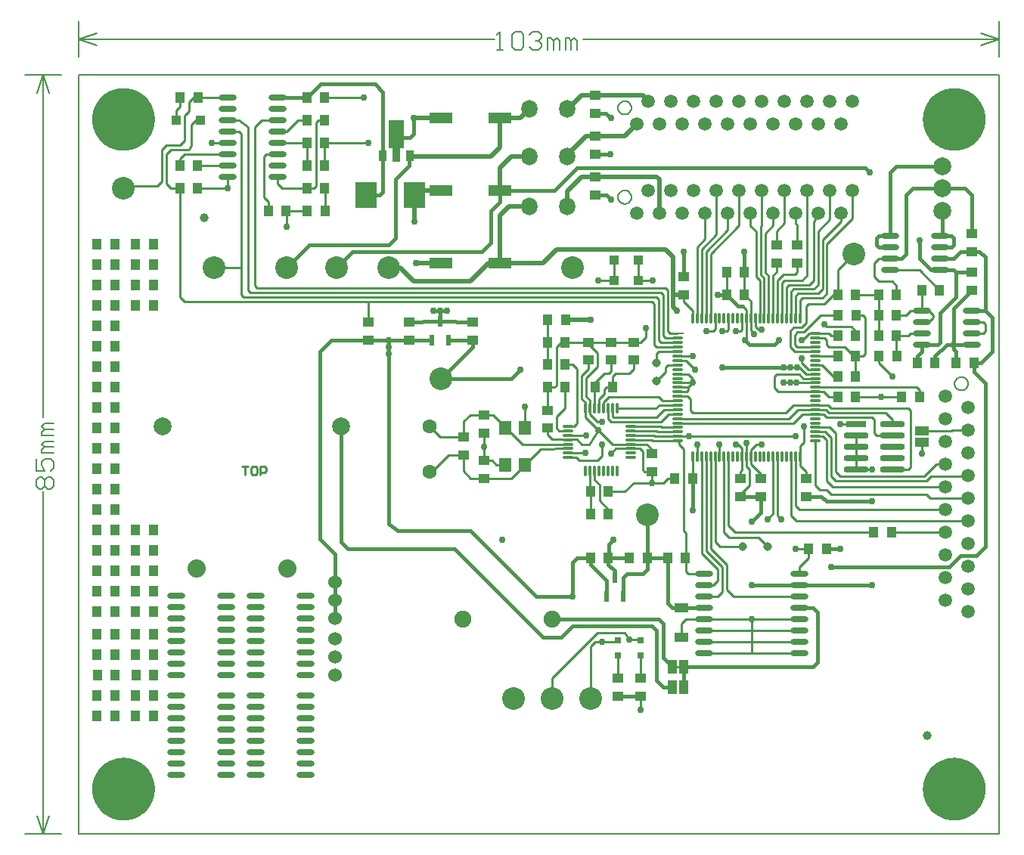
<source format=gtl>
*%FSLAX53Y53*%
*%MOMM*%
G01*
%ADD11C,0.100*%
%ADD12C,0.150*%
%ADD13C,0.186*%
%ADD14C,0.200*%
%ADD15C,0.203*%
%ADD16C,0.250*%
%ADD17C,0.254*%
%ADD18O,0.270X1.300*%
%ADD19O,0.290X1.350*%
%ADD20C,0.305*%
%ADD21C,0.381*%
%ADD22C,0.508*%
%ADD23C,0.762*%
%ADD24C,0.800*%
%ADD25C,0.800*%
%ADD26C,1.000*%
%ADD27C,1.100*%
%ADD28C,1.250*%
%ADD29C,1.270*%
%ADD30O,1.300X0.270*%
%ADD31O,1.350X0.290*%
%ADD32C,1.500*%
%ADD33C,1.524*%
%ADD34C,1.600*%
%ADD35O,1.800X2.000*%
%ADD36C,1.816*%
%ADD37C,1.816*%
%ADD38C,1.905*%
%ADD39C,2.000*%
%ADD40O,2.032X0.610*%
%ADD41C,2.032*%
%ADD42C,2.116*%
%ADD43C,2.266*%
%ADD44C,2.540*%
%ADD45O,2.794X0.737*%
%ADD46C,3.800*%
%ADD47C,4.816*%
%ADD48C,6.350*%
%ADD49R,0.584X0.584*%
%ADD50R,0.600X1.250*%
%ADD51R,0.800X0.800*%
%ADD52R,0.889X0.889*%
%ADD53R,0.900X1.300*%
%ADD54R,0.900X2.000*%
%ADD55R,1.000X1.000*%
%ADD56R,1.000X1.250*%
%ADD57R,1.000X1.500*%
%ADD58R,1.250X1.000*%
%ADD59R,1.350X0.290*%
%ADD60R,1.400X1.600*%
%ADD61R,1.500X1.000*%
%ADD62R,1.500X1.100*%
%ADD63R,1.676X1.676*%
%ADD64R,2.286X0.737*%
%ADD65R,2.400X3.000*%
%ADD66R,2.540X1.270*%
%ADD67P,1.000X8X0*%
D14*
X196796Y157705D02*
X299796D01*
Y242705D01*
X196796D01*
Y157705D01*
X299796Y244705D02*
Y248705D01*
X196796D02*
Y244705D01*
X297796Y246039D02*
X299796Y246705D01*
X297796Y247372D01*
X198796Y246039D02*
X196796Y246705D01*
X198796Y247372D01*
X253248Y246705D02*
X299796D01*
X243343D02*
X196796D01*
X194796Y242705D02*
X190796D01*
Y157705D02*
X194796D01*
X193462Y240705D02*
X192796Y242705D01*
X192129Y240705D01*
X193462Y159705D02*
X192796Y157705D01*
X192129Y159705D01*
X192796Y204325D02*
Y242705D01*
Y196086D02*
Y157705D01*
X243597Y245506D02*
X244264D01*
X243930D01*
Y247505D01*
X243956D01*
X243930D02*
X243597Y247172D01*
X245263D02*
X245597Y247505D01*
X246263D01*
X246596Y247172D01*
Y245839D01*
X246263Y245506D01*
X245597D01*
X245263Y245839D01*
Y247172D01*
X247263D02*
X247596Y247505D01*
X248262D01*
X248596Y247172D01*
Y246839D01*
X248621D01*
X248596D02*
X248621D01*
X248596D02*
X248621D01*
X248596D02*
X248262Y246505D01*
X247929D01*
X248262D01*
X248596Y246172D01*
Y245839D01*
X248262Y245506D01*
X247596D01*
X247263Y245839D01*
X249262Y245506D02*
Y246839D01*
X249595D01*
X249929Y246505D01*
Y245506D01*
Y246505D01*
X250262Y246839D01*
X250595Y246505D01*
Y245506D01*
X251261D02*
Y246839D01*
X251595D01*
X251928Y246505D01*
Y245506D01*
Y246505D01*
X252261Y246839D01*
X252594Y246505D01*
Y245506D01*
X192329Y196340D02*
X191996Y196673D01*
Y197340D01*
X192329Y197673D01*
X192663D01*
X192996Y197340D01*
X193329Y197673D01*
X193662D01*
X193995Y197340D01*
Y196673D01*
X193662Y196340D01*
X193329D01*
X192996Y196673D01*
X192663Y196340D01*
X192329D01*
X192996Y196673D02*
Y197340D01*
X191996Y198339D02*
Y199672D01*
Y198339D02*
X192996D01*
X192663Y199006D01*
Y199339D01*
X192996Y199672D01*
X193662D01*
X193995Y199339D01*
Y198672D01*
X193662Y198339D01*
X193995Y200339D02*
X192663D01*
Y200672D01*
X192996Y201005D01*
X193995D01*
X192996D01*
X192663Y201338D01*
X192996Y201672D01*
X193995D01*
Y202338D02*
X192663D01*
Y202671D01*
X192996Y203004D01*
X193995D01*
X192996D01*
X192663Y203338D01*
X192996Y203671D01*
X193995D01*
X258646Y239005D02*
X258641Y238923D01*
X258628Y238841D01*
X258605Y238762D01*
X258574Y238685D01*
X258535Y238613D01*
X258488Y238545D01*
X258433Y238482D01*
X258373Y238426D01*
X258306Y238378D01*
X258234Y238336D01*
X258159Y238303D01*
X258080Y238278D01*
X257999Y238262D01*
X257916Y238256D01*
X257834Y238258D01*
X257752Y238269D01*
X257672Y238290D01*
X257595Y238319D01*
X257521Y238356D01*
X257452Y238401D01*
X257388Y238454D01*
X257330Y238513D01*
X257279Y238578D01*
X257236Y238648D01*
X257201Y238723D01*
X257174Y238801D01*
X257156Y238882D01*
X257147Y238964D01*
Y239047D01*
X257156Y239129D01*
X257174Y239209D01*
X257201Y239288D01*
X257236Y239362D01*
X257279Y239433D01*
X257330Y239498D01*
X257388Y239557D01*
X257452Y239610D01*
X257521Y239655D01*
X257595Y239692D01*
X257672Y239721D01*
X257752Y239741D01*
X257834Y239753D01*
X257916Y239755D01*
X257999Y239748D01*
X258080Y239732D01*
X258159Y239708D01*
X258234Y239675D01*
X258306Y239633D01*
X258373Y239584D01*
X258433Y239528D01*
X258488Y239466D01*
X258535Y239398D01*
X258574Y239325D01*
X258605Y239249D01*
X258628Y239169D01*
X258641Y239088D01*
X258646Y239005D01*
Y229005D02*
X258641Y228923D01*
X258628Y228841D01*
X258605Y228762D01*
X258574Y228685D01*
X258535Y228613D01*
X258488Y228545D01*
X258433Y228482D01*
X258373Y228426D01*
X258306Y228378D01*
X258234Y228336D01*
X258159Y228303D01*
X258080Y228278D01*
X257999Y228262D01*
X257916Y228256D01*
X257834Y228258D01*
X257752Y228269D01*
X257672Y228290D01*
X257595Y228319D01*
X257521Y228356D01*
X257452Y228401D01*
X257388Y228454D01*
X257330Y228513D01*
X257279Y228578D01*
X257236Y228648D01*
X257201Y228723D01*
X257174Y228801D01*
X257156Y228882D01*
X257147Y228964D01*
Y229047D01*
X257156Y229129D01*
X257174Y229209D01*
X257201Y229288D01*
X257236Y229362D01*
X257279Y229433D01*
X257330Y229498D01*
X257388Y229557D01*
X257452Y229610D01*
X257521Y229655D01*
X257595Y229692D01*
X257672Y229721D01*
X257752Y229741D01*
X257834Y229753D01*
X257916Y229755D01*
X257999Y229748D01*
X258080Y229732D01*
X258159Y229708D01*
X258234Y229675D01*
X258306Y229633D01*
X258373Y229584D01*
X258433Y229528D01*
X258488Y229466D01*
X258535Y229398D01*
X258574Y229325D01*
X258605Y229249D01*
X258628Y229169D01*
X258641Y229088D01*
X258646Y229005D01*
X296346Y208105D02*
X296341Y208023D01*
X296328Y207941D01*
X296305Y207862D01*
X296274Y207785D01*
X296235Y207713D01*
X296188Y207645D01*
X296133Y207582D01*
X296073Y207526D01*
X296006Y207478D01*
X295934Y207436D01*
X295859Y207403D01*
X295780Y207378D01*
X295699Y207363D01*
X295616Y207356D01*
X295534Y207358D01*
X295452Y207369D01*
X295372Y207390D01*
X295295Y207419D01*
X295221Y207456D01*
X295152Y207501D01*
X295088Y207554D01*
X295030Y207613D01*
X294979Y207678D01*
X294936Y207748D01*
X294901Y207823D01*
X294874Y207901D01*
X294856Y207982D01*
X294847Y208064D01*
Y208147D01*
X294856Y208229D01*
X294874Y208309D01*
X294901Y208388D01*
X294936Y208462D01*
X294979Y208533D01*
X295030Y208598D01*
X295088Y208657D01*
X295152Y208710D01*
X295221Y208755D01*
X295295Y208792D01*
X295372Y208821D01*
X295452Y208842D01*
X295534Y208853D01*
X295616Y208855D01*
X295699Y208848D01*
X295780Y208832D01*
X295859Y208808D01*
X295934Y208775D01*
X296006Y208733D01*
X296073Y208684D01*
X296133Y208628D01*
X296188Y208566D01*
X296235Y208498D01*
X296274Y208426D01*
X296305Y208349D01*
X296328Y208269D01*
X296341Y208188D01*
X296346Y208105D01*
D17*
X259718Y212753D02*
X253800D01*
X259432Y219689D02*
Y221942D01*
X256732D02*
Y219689D01*
X257124Y177681D02*
Y175109D01*
X259664D02*
Y177681D01*
Y179331D02*
X259536Y179459D01*
X274521Y193554D02*
Y199980D01*
Y193554D02*
X273888Y192921D01*
X249758Y175141D02*
Y172855D01*
Y175141D02*
X254838Y180221D01*
X257886D01*
X258394Y179459D01*
X259536D01*
X257124Y179331D02*
X256998Y179205D01*
X275021Y193312D02*
Y199980D01*
Y193312D02*
X275412Y192921D01*
X254076Y178697D02*
Y172855D01*
Y178697D02*
X254584Y179205D01*
X256998D01*
X210385Y237625D02*
X209914D01*
X209372Y237083D01*
Y234831D01*
X207685Y237625D02*
Y238698D01*
X208134Y239147D01*
Y240165D01*
X242138Y197493D02*
X245186D01*
X242138D02*
X240614D01*
X246710Y203217D02*
Y205494D01*
X243059Y199493D02*
X242138D01*
X243059D02*
X243535Y199017D01*
X244510D01*
X246454Y201335D02*
X244510Y203217D01*
X248488Y200795D02*
X246710Y199017D01*
X281762Y218067D02*
Y220861D01*
X283540Y222639D01*
X278543Y213705D02*
X277825Y212987D01*
X277698D01*
X278206Y198255D02*
Y197493D01*
Y198255D02*
X277521Y198940D01*
Y201126D01*
X277952Y201557D01*
Y203335D01*
X271521Y213160D02*
Y215430D01*
X271521Y213160D02*
X271348Y212987D01*
X270586Y201303D02*
X270332D01*
X270586D02*
X271021Y200868D01*
Y198436D01*
X270840Y198255D01*
Y197493D01*
X272021Y217362D02*
X271316Y218067D01*
X272021Y217362D02*
Y214092D01*
X272110Y214003D02*
X272364Y213622D01*
X272110Y214003D02*
X272021Y214092D01*
X271521Y201476D02*
Y198844D01*
X271856Y198509D01*
Y196731D01*
X270840Y195715D01*
Y195493D01*
X264490Y176411D02*
X263240D01*
X272021Y199106D02*
Y200706D01*
X272521Y214481D02*
Y215430D01*
Y214481D02*
X272872Y214130D01*
X273253D01*
X278543Y213705D02*
X280790D01*
X273253Y201303D02*
X272618D01*
X272021Y200706D01*
X253780Y212733D02*
X250774D01*
X250064Y207705D02*
X249228D01*
X250064D02*
X250266Y207907D01*
Y212225D01*
X250774Y212733D01*
X251536Y202335D02*
X253510D01*
X253520Y200335D02*
X251536D01*
X254816Y211515D02*
X253800Y212531D01*
X254816Y211515D02*
Y209991D01*
X253546Y208721D01*
Y206689D01*
X254036Y206199D01*
Y204645D01*
X249228Y205133D02*
Y207705D01*
X253800Y212531D02*
Y212753D01*
X263796Y208205D02*
X265506D01*
X264744Y181745D02*
X277444D01*
X272110D02*
Y177935D01*
X266776Y180475D02*
X277444D01*
Y179205D02*
X266776D01*
Y177935D02*
X277444D01*
X292108Y195275D02*
X296336D01*
X292108D02*
X291668Y195715D01*
X281000D01*
X262204Y196985D02*
X258902D01*
X257938Y196021D01*
X256054D01*
X214960Y218067D02*
Y236101D01*
Y221115D02*
X211912D01*
X213436Y240165D02*
X209626D01*
X202006Y230259D02*
X201752Y230005D01*
X202006Y230259D02*
X205562D01*
X206070Y230767D01*
Y234323D01*
X206578Y234831D01*
X208102D01*
X208610Y235339D01*
Y238133D01*
X209118Y238641D01*
Y239657D01*
X209626Y240165D01*
X208610Y217305D02*
X260934D01*
X229184D02*
Y214987D01*
X209118Y234323D02*
X207086D01*
X206578Y233815D01*
Y230513D01*
X207086Y230005D01*
X208102D01*
X283794Y198509D02*
X285572D01*
X291160Y200287D02*
Y201577D01*
X294530Y202895D02*
X296336D01*
X294530D02*
X294462Y202827D01*
X291160D01*
X266521Y199980D02*
Y189112D01*
X268300Y187333D01*
X267021Y189374D02*
Y199980D01*
Y189374D02*
X268808Y187587D01*
X265112Y202205D02*
X261302D01*
X263796Y206705D02*
X264930D01*
X265252Y206383D01*
Y205113D01*
X265506Y204859D01*
X275920D01*
X287858Y198509D02*
X289636D01*
X289890Y198763D01*
X276798Y203705D02*
X263796D01*
X287858Y203589D02*
Y204097D01*
X276282Y204205D02*
X263796D01*
X265112Y202205D02*
X277050D01*
X265521Y197508D02*
X265506Y197493D01*
X254838Y203843D02*
X254036Y204645D01*
X254838Y203843D02*
X255346D01*
X256910Y200835D02*
X256362Y200287D01*
X253949Y201303D02*
X253060D01*
X253536Y204383D02*
Y205335D01*
X264744Y181745D02*
X264236Y181237D01*
Y179713D01*
X267521Y189636D02*
Y199980D01*
Y189636D02*
X269316Y187841D01*
Y185047D01*
X270078Y184285D01*
X277444D01*
X268300D02*
X266776D01*
X268300D02*
X268808Y184793D01*
Y187587D01*
X267792Y185555D02*
X266776D01*
X267792D02*
X268300Y186063D01*
Y187333D01*
X263982Y201519D02*
X263796Y201705D01*
X263982Y201519D02*
Y201303D01*
X264490Y200795D01*
X262727Y197508D02*
X262204Y196985D01*
X262727Y197508D02*
X263521D01*
X265521D02*
Y199980D01*
X252496Y199835D02*
X251536D01*
X252496D02*
X252806Y199525D01*
X254838D01*
X255346Y200033D01*
Y201303D01*
X266014D02*
X266021Y201296D01*
Y199980D01*
X273126Y225687D02*
X273266Y225827D01*
X273126Y225687D02*
Y220353D01*
X273634Y224925D02*
X274536Y225827D01*
X273634Y224925D02*
Y220607D01*
X274021Y220220D01*
X274904Y220607D02*
Y221655D01*
Y220607D02*
X274521Y220224D01*
Y215430D01*
X277190Y220607D02*
Y221655D01*
Y220607D02*
X276936Y220353D01*
X275666D01*
X275021Y219708D01*
Y215430D01*
X267521D02*
Y222622D01*
X266521Y223146D02*
Y215430D01*
Y223146D02*
X268186Y224811D01*
Y229745D01*
X266021Y223408D02*
Y215430D01*
X266021Y223408D02*
X266916Y224303D01*
X266916Y224303D02*
Y227205D01*
X270726Y225827D02*
X267521Y222622D01*
X270726Y225827D02*
Y229745D01*
X272618Y225179D02*
Y220099D01*
Y225179D02*
X271996Y225801D01*
X271316Y220607D02*
Y218067D01*
X269316D02*
Y220607D01*
X271094Y216797D02*
X271521Y216370D01*
X272021Y199106D02*
X273126Y198001D01*
Y197493D01*
X264490Y217305D02*
Y218067D01*
Y217305D02*
X265506Y216289D01*
Y215445D01*
X265521Y215430D01*
X251536Y200835D02*
X248488Y200795D01*
X246454Y201335D02*
X251536D01*
X249228Y202371D02*
Y203133D01*
Y202371D02*
X249736Y201863D01*
X251508D02*
X251536Y201835D01*
X251228Y205387D02*
Y207705D01*
Y205387D02*
X250244Y204403D01*
Y203133D01*
X250542Y202835D01*
X251536D01*
X251228Y210245D02*
X252022D01*
X252530Y209737D01*
Y203641D01*
X252224Y203335D01*
X251536D01*
X239830Y203895D02*
Y202117D01*
Y203895D02*
X240614Y204605D01*
X243154D02*
X244510Y203217D01*
X239830Y200117D02*
Y198307D01*
X240614Y197493D01*
X245186D02*
X246710Y199017D01*
X252530Y201863D02*
X253060Y201303D01*
X253536Y205937D02*
X253038Y206435D01*
Y208975D01*
X253800Y209737D01*
Y210753D01*
X255578Y209229D02*
X254562Y208213D01*
X255578Y209229D02*
X256086D01*
X256340Y209483D01*
Y210753D01*
X256848Y209229D02*
X258372D01*
X258880Y209737D01*
Y210753D01*
X255036Y206401D02*
Y205335D01*
Y206401D02*
X255578Y206943D01*
X254562Y207705D02*
Y208213D01*
Y207705D02*
X254536Y207679D01*
Y205335D01*
X256562Y208943D02*
X256848Y209229D01*
X256562Y208943D02*
Y207705D01*
X255832D01*
X255578Y207451D01*
Y206943D01*
X256054Y194021D02*
Y193481D01*
Y194021D02*
X255070Y195005D01*
Y196783D01*
X269456Y225319D02*
Y227205D01*
Y225319D02*
X267021Y222884D01*
Y215430D01*
X271996Y225801D02*
Y227205D01*
X272618Y220099D02*
X273021Y219696D01*
Y215430D01*
X273266Y225827D02*
Y229745D01*
X273126Y220353D02*
X273521Y219958D01*
Y215430D01*
X274536Y225827D02*
Y227205D01*
X274021Y220220D02*
Y215430D01*
X275806Y226081D02*
Y229745D01*
Y226081D02*
X274904Y225179D01*
Y223655D01*
X277076Y226055D02*
Y227205D01*
X277190Y225941D02*
Y223655D01*
Y225941D02*
X277076Y226055D01*
X278346Y229745D02*
Y220255D01*
X277796Y219705D01*
X275796D01*
X275521Y219430D01*
Y215430D01*
X276021Y218930D02*
X276296Y219205D01*
X276021Y218930D02*
Y215430D01*
X279046Y218705D02*
X279546Y219205D01*
X279046Y218705D02*
X276796D01*
X276521Y218430D01*
Y215430D01*
X279546Y218205D02*
X280046Y218705D01*
X279546Y218205D02*
X277296D01*
X277021Y217930D01*
Y215430D01*
X280046Y217705D02*
X280546Y218205D01*
X280046Y217705D02*
X277796D01*
X277521Y217430D01*
Y215430D01*
X260934Y200795D02*
Y200287D01*
Y200795D02*
X260394Y201335D01*
X259624Y200835D02*
X259918Y200541D01*
Y198509D01*
X260140Y198287D01*
X260934D01*
Y196985D01*
X249282Y212765D02*
Y215273D01*
Y212765D02*
X249228Y212711D01*
Y210245D01*
X258536Y201835D02*
X260910D01*
X261040Y201705D01*
X263796D01*
X261950Y203335D02*
X258536D01*
X261950D02*
X262080Y203205D01*
X263796D01*
X256036Y204169D02*
Y205335D01*
Y204169D02*
X256362Y203843D01*
X261950D01*
X262812Y204705D01*
X263796D01*
X256536Y204431D02*
Y205335D01*
Y204431D02*
X256616Y204351D01*
X261442D01*
X262296Y205205D01*
X263796D01*
X261410Y205335D02*
X257036D01*
X261410D02*
X261780Y205705D01*
X263796D01*
X255536Y206065D02*
Y205335D01*
Y206065D02*
X256108Y206637D01*
X261696D01*
X262128Y206205D01*
X263796D01*
X261172Y202335D02*
X258536D01*
X261172D02*
X261302Y202205D01*
X261434Y202835D02*
X258536D01*
X261434D02*
X261564Y202705D01*
X263796D01*
X222326Y235085D02*
X219024D01*
Y236355D02*
X220040D01*
X221310Y237625D01*
X222326D01*
Y235085D02*
Y232545D01*
X219024Y231275D02*
Y230513D01*
X219532Y230005D01*
X220008Y227465D02*
X222358D01*
X224358D02*
Y229973D01*
X208102Y232545D02*
Y233307D01*
X208610Y233815D01*
X213436D01*
Y232545D02*
X210102D01*
X223596Y237625D02*
X224326D01*
X223596D02*
X223342Y237371D01*
Y230259D01*
X223088Y230005D01*
X219532D01*
X224326Y235085D02*
X229184D01*
X224326D02*
Y232545D01*
Y240165D02*
X228676D01*
X213436Y230005D02*
X210102D01*
X213436D02*
Y231275D01*
X251488Y238895D02*
X251536D01*
X263010Y213705D02*
X263796D01*
X263010D02*
X262712Y214003D01*
Y218575D01*
X262458Y218829D01*
X216738D01*
X262494Y213205D02*
X263796D01*
X262494D02*
X262204Y213495D01*
Y218067D01*
X261950Y218321D01*
X215976D01*
X261696Y217559D02*
Y212987D01*
Y217559D02*
X261442Y217813D01*
X215214D01*
X261188Y217051D02*
Y212479D01*
Y217051D02*
X260934Y217305D01*
X220040Y225687D02*
Y227433D01*
X219024Y233815D02*
X217754D01*
X217500Y233561D01*
Y228989D01*
X218008Y228481D01*
Y227465D01*
X213436Y235085D02*
X211658D01*
X213436Y236355D02*
X214706D01*
X214960Y236101D01*
Y218067D02*
X215214Y217813D01*
X214706Y237625D02*
X213436D01*
X214706D02*
X215722Y236863D01*
Y218575D01*
X215976Y218321D01*
X217246Y237625D02*
X219024D01*
X217246D02*
X216484Y236863D01*
Y219083D01*
X216738Y218829D01*
X261462Y212205D02*
X263796D01*
X261462D02*
X261188Y212479D01*
X261978Y212705D02*
X263796D01*
X261978D02*
X261696Y212987D01*
X208102Y217813D02*
Y230005D01*
Y217813D02*
X208610Y217305D01*
X276296Y219205D02*
X278546D01*
X279046Y219705D01*
Y226205D01*
X279616Y227205D01*
X279546Y225205D02*
Y219205D01*
Y225205D02*
X280886Y226545D01*
Y229745D01*
X280046Y224205D02*
Y218705D01*
Y224205D02*
X282156Y226315D01*
Y227205D01*
X280546Y223705D02*
Y218205D01*
Y223705D02*
X283426Y226585D01*
Y229745D01*
X277122Y192735D02*
X296336D01*
X277122D02*
X276521Y193336D01*
Y199980D01*
X277490Y194005D02*
X293796D01*
X277490D02*
X277021Y194474D01*
Y199980D01*
X279246Y202205D02*
X280098D01*
X280492Y201811D01*
X280360Y202705D02*
X279246D01*
X280360D02*
X281000Y202065D01*
X280876Y203205D02*
X279246D01*
X280876D02*
X281508Y202573D01*
X285826D02*
Y204097D01*
Y202573D02*
X286080Y202319D01*
X287858D01*
X279246Y201705D02*
Y196707D01*
X279730Y196223D01*
X280492D01*
X281000Y195715D01*
X280492Y197239D02*
Y201811D01*
Y197239D02*
X281186Y196545D01*
X293796D01*
X281000Y197747D02*
Y202065D01*
Y197747D02*
X281508Y197239D01*
X291668D01*
X292176Y197747D01*
X296268D01*
X296336Y197815D01*
X281508Y198255D02*
Y202573D01*
Y198255D02*
X282016Y197747D01*
X291414D01*
X292752Y199085D01*
X293796D01*
X281762Y206637D02*
X280746D01*
X280178Y207205D01*
X277798Y204705D02*
X276798Y203705D01*
X276282Y204205D02*
X277282Y205205D01*
X276766Y205705D02*
X275920Y204859D01*
X280492Y204351D02*
X285572D01*
X285826Y204097D01*
X280492Y204351D02*
X280138Y204705D01*
X287096Y204859D02*
X287858Y204097D01*
X287096Y204859D02*
X280746D01*
X280400Y205205D01*
X277282D01*
X277798Y204705D02*
X280138D01*
X281000Y205367D02*
X280662Y205705D01*
X281000Y205367D02*
X289636D01*
X289890Y205113D01*
Y198763D01*
X280662Y205705D02*
X276766D01*
X290906Y206637D02*
Y207399D01*
X290600Y207705D01*
X279246D01*
X283762Y206637D02*
X288906D01*
X279246Y208205D02*
X275663Y208201D01*
X277916Y208705D02*
X279246D01*
X277916D02*
X277444Y209177D01*
X274904D01*
X274650Y208923D01*
Y207653D01*
X278178Y209205D02*
X279246D01*
X278178Y209205D02*
X277444Y209939D01*
X291160Y216289D02*
Y218575D01*
X293160D02*
Y218607D01*
X290906Y220861D01*
X287604D01*
X296748Y215019D02*
X298018D01*
X298272Y214765D01*
Y214003D01*
X298018Y213749D01*
X296748D01*
X292430Y215781D02*
X291922Y216289D01*
X292430Y215781D02*
Y215527D01*
X291922Y215019D01*
X291160D01*
X289890Y216289D02*
X289373Y215773D01*
X288334D01*
X289890Y216289D02*
X291922D01*
X291160Y213749D02*
X289890D01*
X289636Y213495D01*
X288334D01*
Y211241D01*
X286334Y213495D02*
Y215773D01*
Y218067D01*
X283762D01*
X281762D02*
X281254D01*
X280238Y217051D01*
X278460D01*
X278206Y216797D01*
Y214892D01*
X277698Y214384D02*
X276809D01*
X276428Y214003D02*
Y212225D01*
X276936Y211717D01*
X279246Y211705D01*
X283762Y211209D02*
Y208923D01*
X279972Y210205D02*
X279246D01*
X279972D02*
X281254Y208923D01*
X281762D01*
X281758Y211205D02*
X279246D01*
X281758D02*
X281762Y211209D01*
X282524Y212225D02*
X283540Y211209D01*
X282524Y212225D02*
X280746D01*
X280492Y212479D01*
Y212987D01*
X280274Y213205D01*
X279246D01*
X276936Y213495D02*
Y212479D01*
Y213495D02*
X277190Y213876D01*
X279857Y215781D02*
X281794D01*
X283794D02*
X284556D01*
X284810Y215527D01*
Y211463D01*
X284556Y211209D01*
X283540D01*
X281762Y213495D02*
X281000D01*
X283762D02*
Y214035D01*
X283286Y214511D01*
X280492D01*
X280238Y214765D01*
X286366Y211209D02*
Y210415D01*
X287858Y208923D01*
X283794Y203589D02*
X282016D01*
X283794Y202319D02*
Y198509D01*
X278492Y189619D02*
X277050D01*
X278492D02*
Y188635D01*
X277444Y187587D01*
Y186825D01*
X268521Y199980D02*
Y201336D01*
X278440Y209705D02*
X279246D01*
X278440D02*
X277698Y210447D01*
Y210955D01*
X274650Y207653D02*
X275098Y207205D01*
X280178D01*
X277210Y212205D02*
X276936Y212479D01*
X277210Y212205D02*
X279246D01*
X277952Y213876D02*
X279857Y215781D01*
X278206Y214892D02*
X277698Y214384D01*
X277952Y213876D02*
X277190D01*
X276809Y214384D02*
X276428Y214003D01*
X280790Y213705D02*
X281000Y213495D01*
X271521Y215430D02*
Y216370D01*
X296716Y220607D02*
X296748Y220575D01*
X268021Y199980D02*
Y190406D01*
X268554Y189873D01*
X271094D01*
X264970Y209205D02*
X263796D01*
X264970D02*
X265506Y208669D01*
X263796Y211705D02*
X261684D01*
X261442Y211463D01*
Y210447D01*
X262458Y209431D02*
X261442Y208415D01*
X262458Y209431D02*
Y209939D01*
X262724Y210205D01*
X263796D01*
Y211205D02*
X265502D01*
X264740Y210705D02*
X263796D01*
X264740D02*
X265760Y209685D01*
X268021Y214232D02*
Y215430D01*
Y214232D02*
X267792Y214003D01*
X267030D01*
X269521Y214208D02*
Y215430D01*
Y214208D02*
X269316Y214003D01*
X268808D01*
X271021Y214184D02*
Y215430D01*
Y214184D02*
X270840Y214003D01*
X270332D01*
X286334Y222131D02*
X287604D01*
X286334D02*
X285826Y221623D01*
Y220099D01*
X286334Y219591D01*
X287858D01*
X288334Y219115D01*
Y218067D01*
X254054Y196021D02*
X254036D01*
Y198335D01*
X254072Y196003D02*
X254054Y193481D01*
X255070Y196783D02*
X254536Y197317D01*
Y198335D01*
X209118Y234323D02*
X209372Y234831D01*
X259664Y173109D02*
Y171585D01*
X264490Y191651D02*
Y200795D01*
Y191651D02*
X264744Y191397D01*
Y187079D02*
X264998Y186825D01*
X266776D01*
X264744Y187079D02*
Y191397D01*
X253949Y201303D02*
X254971Y202948D01*
X252530Y201863D02*
X249736D01*
X256584Y201335D02*
X260394D01*
X256584D02*
X253536Y204383D01*
X237260Y202117D02*
X236042Y203335D01*
X237260Y202117D02*
X239830D01*
X240614Y204605D02*
X243154D01*
X236296Y198255D02*
X236042D01*
X236296D02*
X238158Y200117D01*
X239830D01*
X269570Y190889D02*
X272872D01*
X273888Y189873D01*
X265006Y207705D02*
X265506Y208205D01*
X265006Y207705D02*
X263796D01*
X265006D02*
Y207373D01*
X264838Y207205D02*
X263796D01*
X264838D02*
X265006Y207373D01*
X265506Y208205D02*
Y208669D01*
X269021Y191438D02*
X269570Y190889D01*
X269021Y191438D02*
Y199980D01*
X269521D02*
Y192208D01*
X270264Y191465D01*
X287796Y191465D02*
X293796D01*
X287796D02*
X287796Y191465D01*
X285796D02*
X270264D01*
X256740Y219681D02*
X254962D01*
X259440D02*
X261058D01*
X260296Y214347D02*
Y213331D01*
X259718Y212753D01*
X242138Y202573D02*
Y199525D01*
X256910Y200835D02*
X259624D01*
X276428Y209939D02*
X277444D01*
X215753Y198874D02*
X215087D01*
X215420D02*
X215753D01*
X215420D02*
Y197874D01*
X216253Y198874D02*
X216586D01*
X216253D02*
X216086Y198707D01*
Y198041D01*
X216253Y197874D01*
X216586D01*
X216753Y198041D01*
Y198707D01*
X216586Y198874D01*
X217086D02*
Y197874D01*
Y198874D02*
X217586D01*
X217753Y198707D01*
Y198374D01*
X217586Y198208D01*
X217086D01*
D18*
X253536Y205335D02*
D03*
X254036D02*
D03*
X254536D02*
D03*
X255036D02*
D03*
X257036Y198335D02*
D03*
X256536D02*
D03*
X256036D02*
D03*
X255536D02*
D03*
X255036D02*
D03*
X254536D02*
D03*
X254036D02*
D03*
X253536D02*
D03*
X256036Y205335D02*
D03*
X256536D02*
D03*
X257036D02*
D03*
X255536D02*
D03*
D19*
X268521Y199980D02*
D03*
X276521D02*
D03*
X277021D02*
D03*
X274021D02*
D03*
X273521D02*
D03*
X268021D02*
D03*
X270021D02*
D03*
X272521D02*
D03*
X273021D02*
D03*
X274521D02*
D03*
X275021D02*
D03*
X275521D02*
D03*
X269021Y215430D02*
D03*
X268521D02*
D03*
X268021D02*
D03*
X266021Y199980D02*
D03*
X272021D02*
D03*
X272521Y215430D02*
D03*
X277521Y199980D02*
D03*
X265521Y215430D02*
D03*
Y199980D02*
D03*
X271021D02*
D03*
X271521Y215430D02*
D03*
X276021Y199980D02*
D03*
X275021Y215430D02*
D03*
X274521D02*
D03*
X271521Y199980D02*
D03*
X272021Y215430D02*
D03*
X269521D02*
D03*
X270021D02*
D03*
X270521D02*
D03*
X271021D02*
D03*
X266021D02*
D03*
X277521D02*
D03*
X277021D02*
D03*
X276521D02*
D03*
X276021D02*
D03*
X275521D02*
D03*
X274021D02*
D03*
X273521D02*
D03*
X273021D02*
D03*
X267521D02*
D03*
X267021D02*
D03*
X266521D02*
D03*
X267021Y199980D02*
D03*
X267521D02*
D03*
X266521D02*
D03*
X270521D02*
D03*
X269021D02*
D03*
X269521D02*
D03*
D21*
X297002Y209431D02*
Y210447D01*
Y209431D02*
X298272Y208161D01*
Y189873D01*
X297256Y188857D01*
X295478D01*
X294208Y187587D01*
X281000D01*
X274650Y212479D02*
X275158Y212987D01*
X274650Y212479D02*
X271856D01*
X271348Y212987D01*
X270840Y195493D02*
X273126D01*
X264490Y176411D02*
Y174125D01*
X263240Y176411D02*
X262204Y177447D01*
Y181237D01*
Y174125D02*
X263240D01*
X262204D02*
X261442Y174887D01*
Y180475D01*
X256362Y228735D02*
X255854Y229243D01*
X254584Y229275D01*
Y233847D02*
X256330D01*
X256362Y237879D02*
X255822Y238419D01*
X254584D01*
X277444Y185555D02*
X285572D01*
X279952Y195493D02*
X278206D01*
X280492Y194953D02*
X285572D01*
X280492D02*
X279952Y195493D01*
X259664Y173109D02*
X257124D01*
X226136Y190381D02*
Y203335D01*
Y190381D02*
X226898Y189619D01*
X238836D01*
X248742Y179713D01*
X250774D01*
X252044Y180983D01*
X260934D01*
X261442Y180475D01*
X220040Y221115D02*
X222580Y223655D01*
X231470D01*
X232232Y224417D01*
Y231021D01*
X233784Y232573D01*
Y233561D01*
X227406Y222893D02*
X225628Y221115D01*
X227406Y222893D02*
X241884D01*
X242900Y223909D01*
Y227465D01*
X243916Y228481D01*
Y229751D01*
X295510Y222925D02*
X297605D01*
X290906Y222131D02*
Y224163D01*
X285318Y231783D02*
X284810Y232291D01*
X252552D01*
X250012Y229751D01*
X243916D01*
X292176Y220861D02*
X294716D01*
X292176D02*
X290906Y222131D01*
X273126Y193683D02*
X272110Y192667D01*
X273126Y193683D02*
Y195493D01*
X261696Y181745D02*
X249758D01*
X272110Y185555D02*
X277444D01*
X262204Y181237D02*
X261696Y181745D01*
X264490Y176411D02*
X278968D01*
X279476Y176919D01*
Y182507D01*
X278968Y183015D01*
X277444D01*
X270586Y216797D02*
X269316Y218067D01*
X270586Y216797D02*
X271094D01*
X222326Y240165D02*
X219024D01*
X222326D02*
X223850Y241689D01*
X229946D01*
X287604Y231783D02*
X288286Y232465D01*
X293446D01*
X287604Y231783D02*
Y224671D01*
X293446Y224925D02*
Y227465D01*
X287604Y224671D02*
X286334D01*
X286080Y224417D01*
Y223655D01*
X286334Y223401D01*
X287604D01*
X293192Y224671D02*
X294462D01*
X294716Y224417D01*
Y223655D01*
X294462Y223401D01*
X293192D01*
X296748Y229243D02*
X296026Y229965D01*
X296748Y229243D02*
Y224925D01*
X288874Y222131D02*
X287604D01*
X288874D02*
X289382Y222639D01*
Y229243D01*
X290144Y230005D01*
X293192Y222131D02*
X294716D01*
X295510Y222925D01*
X294716Y220861D02*
X294970Y220607D01*
Y217813D01*
X293192Y216035D01*
Y212733D01*
X292938Y212479D01*
X291160D01*
X294716Y216543D02*
X296748Y218575D01*
X294716Y211971D02*
X295002Y211685D01*
Y210447D01*
X293954Y212479D02*
X292652Y211177D01*
Y210447D01*
X294716Y211971D02*
Y216543D01*
X293954Y212479D02*
X296748D01*
X290652Y211209D02*
Y210447D01*
Y211209D02*
X291160Y211717D01*
Y212479D01*
X297002Y210447D02*
X297764D01*
X299034Y211717D01*
Y215527D01*
X298272Y216289D01*
X296748D01*
X282016Y189619D02*
X280492D01*
X294970Y220607D02*
X296716D01*
X298272Y222258D02*
X297605Y222925D01*
X298272Y222258D02*
Y216289D01*
X271316Y220607D02*
Y222861D01*
X264490D02*
Y220067D01*
X268300Y218067D02*
X269316D01*
X290144Y230005D02*
X296026Y229965D01*
X225030Y212987D02*
X223796Y211753D01*
Y190705D01*
X225466Y189035D01*
X240614Y191651D02*
X247980Y184285D01*
X240614Y191651D02*
X232486D01*
X231470Y192413D01*
X264238Y183015D02*
X266776D01*
X260426Y187333D02*
X259918Y186825D01*
X258140D01*
X257754Y186439D01*
Y184285D01*
X256076Y187873D02*
Y188603D01*
Y187873D02*
X256804Y187145D01*
Y186435D01*
X262712Y188603D02*
Y183523D01*
X263220Y183015D01*
X264236D01*
X262712Y188603D02*
X260426D01*
X265506Y193937D02*
Y197493D01*
X260426Y193429D02*
Y187333D01*
X256616Y190635D02*
X256108Y190127D01*
Y188603D01*
X256076D02*
X258426D01*
X252552D02*
X252044Y188095D01*
X252552Y188603D02*
X254076D01*
Y187841D01*
X255854Y186063D01*
Y184285D01*
X252044D02*
Y188095D01*
Y184285D02*
X247980D01*
X240868Y212987D02*
X238196D01*
X240868D02*
Y212225D01*
X237312Y208669D01*
X245186D01*
X246202Y209685D01*
X235248Y214987D02*
X233756D01*
X235248D02*
X235398Y215137D01*
X238972D02*
X239122Y214987D01*
X240868D01*
X225466Y189035D02*
Y181795D01*
X231470Y192413D02*
Y212987D01*
X236296D02*
X225030D01*
X229946Y241649D02*
Y241689D01*
Y241649D02*
X230832Y240763D01*
X232332Y235405D02*
Y234001D01*
Y235405D02*
X232610Y235683D01*
X233880D01*
X268808Y209939D02*
X275920D01*
X230488Y229243D02*
X228930D01*
X230488D02*
X230832Y229587D01*
Y240763D01*
X234264Y237879D02*
Y236067D01*
X234264Y236067D02*
X233880Y235683D01*
X237246Y216315D02*
Y215137D01*
X238972D02*
X235398D01*
X236484Y216315D02*
X238007D01*
D22*
X246202Y237879D02*
X247218Y238895D01*
X246202Y237879D02*
X243916D01*
X242900Y233561D02*
X233784D01*
X242900D02*
X243916Y234577D01*
Y237879D01*
X232740Y221115D02*
X231470D01*
X232740D02*
X234264Y219591D01*
X263347Y222258D02*
Y216670D01*
Y218067D02*
X264490D01*
X240614Y219591D02*
X234264D01*
X240614D02*
X242646Y221623D01*
X243916D01*
X263347Y216670D02*
X263728Y216289D01*
X263347Y222258D02*
X262458Y223147D01*
X250266D01*
X248742Y221623D01*
X243916D01*
Y226957D01*
X244932Y227973D01*
X247218D01*
X243916Y229751D02*
Y232291D01*
X245186Y233561D01*
X247218D01*
X251536Y238895D02*
X253060Y240419D01*
X259892D02*
X260566Y239745D01*
X259892Y240419D02*
X253060D01*
X254584Y235847D02*
X257938D01*
X259296Y237205D01*
X261836Y231021D02*
Y227205D01*
Y231021D02*
X261442Y231275D01*
X254584D01*
X251488Y233561D02*
Y233767D01*
X253568Y235847D01*
X254584D01*
X251488Y229703D02*
Y227973D01*
Y229703D02*
X253060Y231275D01*
X254584D01*
X237312Y221623D02*
X234518D01*
X234330Y229309D02*
X234772Y229751D01*
X237312D01*
X234330Y229309D02*
Y226261D01*
X251282Y215273D02*
X254076D01*
X237312Y237879D02*
X234264D01*
X198550Y162705D02*
X198575D01*
X198550D02*
X198552Y162580D01*
X198560Y162454D01*
X198572Y162329D01*
X198589Y162204D01*
X198611Y162080D01*
X198637Y161957D01*
X198669Y161835D01*
X198705Y161714D01*
X198746Y161595D01*
X198791Y161478D01*
X198841Y161362D01*
X198895Y161249D01*
X198954Y161137D01*
X199017Y161028D01*
X199084Y160922D01*
X199155Y160818D01*
X199230Y160717D01*
X199309Y160619D01*
X199392Y160524D01*
X199478Y160432D01*
X199568Y160344D01*
X199661Y160260D01*
X199758Y160179D01*
X199857Y160102D01*
X199960Y160028D01*
X200065Y159959D01*
X200173Y159894D01*
X200283Y159833D01*
X200396Y159777D01*
X200510Y159725D01*
X200627Y159677D01*
X200745Y159634D01*
X200865Y159596D01*
X200986Y159562D01*
X201109Y159533D01*
X201232Y159509D01*
X201357Y159489D01*
X201482Y159475D01*
X201607Y159465D01*
X201733Y159460D01*
X201859D01*
X201985Y159465D01*
X202110Y159475D01*
X202235Y159489D01*
X202359Y159509D01*
X202483Y159533D01*
X202605Y159562D01*
X202727Y159596D01*
X202847Y159634D01*
X202965Y159677D01*
X203081Y159725D01*
X203196Y159777D01*
X203309Y159833D01*
X203419Y159894D01*
X203527Y159959D01*
X203632Y160028D01*
X203734Y160102D01*
X203834Y160179D01*
X203930Y160260D01*
X204023Y160344D01*
X204113Y160432D01*
X204200Y160524D01*
X204282Y160619D01*
X204361Y160717D01*
X204437Y160818D01*
X204508Y160922D01*
X204575Y161028D01*
X204638Y161137D01*
X204697Y161249D01*
X204751Y161362D01*
X204801Y161478D01*
X204846Y161595D01*
X204887Y161714D01*
X204923Y161835D01*
X204954Y161957D01*
X204981Y162080D01*
X205003Y162204D01*
X205020Y162329D01*
X205032Y162454D01*
X205039Y162580D01*
X205042Y162705D01*
X205067D01*
X205042D02*
X205039Y162831D01*
X205032Y162957D01*
X205020Y163082D01*
X205003Y163207D01*
X204981Y163331D01*
X204954Y163454D01*
X204923Y163576D01*
X204887Y163696D01*
X204846Y163816D01*
X204801Y163933D01*
X204751Y164049D01*
X204697Y164162D01*
X204638Y164274D01*
X204575Y164383D01*
X204508Y164489D01*
X204437Y164593D01*
X204361Y164694D01*
X204282Y164792D01*
X204200Y164887D01*
X204113Y164978D01*
X204023Y165066D01*
X203930Y165151D01*
X203834Y165232D01*
X203734Y165309D01*
X203632Y165382D01*
X203527Y165451D01*
X203419Y165517D01*
X203309Y165577D01*
X203196Y165634D01*
X203081Y165686D01*
X202965Y165734D01*
X202847Y165777D01*
X202727Y165815D01*
X202605Y165849D01*
X202483Y165878D01*
X202359Y165902D01*
X202235Y165922D01*
X202110Y165936D01*
X201985Y165946D01*
X201859Y165951D01*
X201733D01*
X201607Y165946D01*
X201482Y165936D01*
X201357Y165922D01*
X201232Y165902D01*
X201109Y165878D01*
X200986Y165849D01*
X200865Y165815D01*
X200745Y165777D01*
X200627Y165734D01*
X200510Y165686D01*
X200396Y165634D01*
X200283Y165577D01*
X200173Y165517D01*
X200065Y165451D01*
X199960Y165382D01*
X199857Y165309D01*
X199758Y165232D01*
X199661Y165151D01*
X199568Y165066D01*
X199478Y164978D01*
X199392Y164887D01*
X199309Y164792D01*
X199230Y164694D01*
X199155Y164593D01*
X199084Y164489D01*
X199017Y164383D01*
X198954Y164274D01*
X198895Y164162D01*
X198841Y164049D01*
X198791Y163933D01*
X198746Y163816D01*
X198705Y163696D01*
X198669Y163576D01*
X198637Y163454D01*
X198611Y163331D01*
X198589Y163207D01*
X198572Y163082D01*
X198560Y162957D01*
X198552Y162831D01*
X198550Y162705D01*
X199007D02*
X199032D01*
X199007D02*
X199010Y162578D01*
X199019Y162452D01*
X199033Y162326D01*
X199053Y162200D01*
X199079Y162076D01*
X199110Y161953D01*
X199147Y161832D01*
X199190Y161712D01*
X199238Y161594D01*
X199291Y161479D01*
X199350Y161366D01*
X199413Y161256D01*
X199481Y161149D01*
X199555Y161046D01*
X199632Y160945D01*
X199715Y160849D01*
X199802Y160756D01*
X199892Y160667D01*
X199987Y160583D01*
X200086Y160503D01*
X200188Y160427D01*
X200293Y160356D01*
X200401Y160290D01*
X200513Y160229D01*
X200627Y160173D01*
X200743Y160123D01*
X200862Y160078D01*
X200982Y160038D01*
X201105Y160004D01*
X201228Y159975D01*
X201353Y159952D01*
X201479Y159935D01*
X201605Y159923D01*
X201732Y159917D01*
X201859D01*
X201986Y159923D01*
X202113Y159935D01*
X202238Y159952D01*
X202363Y159975D01*
X202487Y160004D01*
X202609Y160038D01*
X202730Y160078D01*
X202848Y160123D01*
X202965Y160173D01*
X203079Y160229D01*
X203190Y160290D01*
X203299Y160356D01*
X203404Y160427D01*
X203506Y160503D01*
X203605Y160583D01*
X203699Y160667D01*
X203790Y160756D01*
X203877Y160849D01*
X203959Y160945D01*
X204037Y161046D01*
X204110Y161149D01*
X204179Y161256D01*
X204242Y161366D01*
X204300Y161479D01*
X204354Y161594D01*
X204402Y161712D01*
X204444Y161832D01*
X204481Y161953D01*
X204513Y162076D01*
X204538Y162200D01*
X204559Y162326D01*
X204573Y162452D01*
X204582Y162578D01*
X204585Y162705D01*
X204610D01*
X204585D02*
X204582Y162832D01*
X204573Y162959D01*
X204559Y163085D01*
X204538Y163210D01*
X204513Y163335D01*
X204481Y163458D01*
X204444Y163579D01*
X204402Y163699D01*
X204354Y163816D01*
X204300Y163932D01*
X204242Y164044D01*
X204179Y164154D01*
X204110Y164261D01*
X204037Y164365D01*
X203959Y164465D01*
X203877Y164562D01*
X203790Y164655D01*
X203699Y164744D01*
X203605Y164828D01*
X203506Y164908D01*
X203404Y164984D01*
X203299Y165055D01*
X203190Y165121D01*
X203079Y165182D01*
X202965Y165237D01*
X202848Y165288D01*
X202730Y165333D01*
X202609Y165373D01*
X202487Y165407D01*
X202363Y165436D01*
X202238Y165459D01*
X202113Y165476D01*
X201986Y165488D01*
X201859Y165493D01*
X201732D01*
X201605Y165488D01*
X201479Y165476D01*
X201353Y165459D01*
X201228Y165436D01*
X201105Y165407D01*
X200982Y165373D01*
X200862Y165333D01*
X200743Y165288D01*
X200627Y165237D01*
X200513Y165182D01*
X200401Y165121D01*
X200293Y165055D01*
X200188Y164984D01*
X200086Y164908D01*
X199987Y164828D01*
X199892Y164744D01*
X199802Y164655D01*
X199715Y164562D01*
X199632Y164465D01*
X199555Y164365D01*
X199481Y164261D01*
X199413Y164154D01*
X199350Y164044D01*
X199291Y163932D01*
X199238Y163816D01*
X199190Y163699D01*
X199147Y163579D01*
X199110Y163458D01*
X199079Y163335D01*
X199053Y163210D01*
X199033Y163085D01*
X199019Y162959D01*
X199010Y162832D01*
X199007Y162705D01*
X199464D02*
X199490D01*
X199464D02*
X199467Y162589D01*
X199476Y162473D01*
X199490Y162358D01*
X199510Y162243D01*
X199536Y162130D01*
X199568Y162018D01*
X199605Y161908D01*
X199647Y161800D01*
X199695Y161694D01*
X199748Y161590D01*
X199806Y161490D01*
X199869Y161392D01*
X199937Y161298D01*
X200010Y161207D01*
X200087Y161120D01*
X200168Y161036D01*
X200253Y160957D01*
X200342Y160882D01*
X200435Y160812D01*
X200531Y160747D01*
X200630Y160686D01*
X200732Y160631D01*
X200837Y160580D01*
X200944Y160535D01*
X201053Y160495D01*
X201164Y160461D01*
X201277Y160432D01*
X201391Y160409D01*
X201506Y160392D01*
X201622Y160380D01*
X201738Y160375D01*
X201854D01*
X201970Y160380D01*
X202086Y160392D01*
X202201Y160409D01*
X202315Y160432D01*
X202427Y160461D01*
X202538Y160495D01*
X202648Y160535D01*
X202755Y160580D01*
X202860Y160631D01*
X202962Y160686D01*
X203061Y160747D01*
X203157Y160812D01*
X203250Y160882D01*
X203339Y160957D01*
X203424Y161036D01*
X203505Y161120D01*
X203582Y161207D01*
X203654Y161298D01*
X203722Y161392D01*
X203785Y161490D01*
X203843Y161590D01*
X203896Y161694D01*
X203944Y161800D01*
X203987Y161908D01*
X204024Y162018D01*
X204055Y162130D01*
X204081Y162243D01*
X204101Y162358D01*
X204116Y162473D01*
X204125Y162589D01*
X204127Y162705D01*
X204153D01*
X204127D02*
X204125Y162822D01*
X204116Y162938D01*
X204101Y163053D01*
X204081Y163167D01*
X204055Y163281D01*
X204024Y163393D01*
X203987Y163503D01*
X203944Y163611D01*
X203896Y163717D01*
X203843Y163820D01*
X203785Y163921D01*
X203722Y164019D01*
X203654Y164113D01*
X203582Y164204D01*
X203505Y164291D01*
X203424Y164375D01*
X203339Y164454D01*
X203250Y164528D01*
X203157Y164599D01*
X203061Y164664D01*
X202962Y164725D01*
X202860Y164780D01*
X202755Y164831D01*
X202648Y164876D01*
X202538Y164916D01*
X202427Y164950D01*
X202315Y164979D01*
X202201Y165002D01*
X202086Y165019D01*
X201970Y165030D01*
X201854Y165036D01*
X201738D01*
X201622Y165030D01*
X201506Y165019D01*
X201391Y165002D01*
X201277Y164979D01*
X201164Y164950D01*
X201053Y164916D01*
X200944Y164876D01*
X200837Y164831D01*
X200732Y164780D01*
X200630Y164725D01*
X200531Y164664D01*
X200435Y164599D01*
X200342Y164528D01*
X200253Y164454D01*
X200168Y164375D01*
X200087Y164291D01*
X200010Y164204D01*
X199937Y164113D01*
X199869Y164019D01*
X199806Y163921D01*
X199748Y163820D01*
X199695Y163717D01*
X199647Y163611D01*
X199605Y163503D01*
X199568Y163393D01*
X199536Y163281D01*
X199510Y163167D01*
X199490Y163053D01*
X199476Y162938D01*
X199467Y162822D01*
X199464Y162705D01*
X199921D02*
X199947D01*
X199921D02*
X199925Y162590D01*
X199936Y162475D01*
X199953Y162361D01*
X199978Y162248D01*
X200010Y162137D01*
X200048Y162028D01*
X200093Y161922D01*
X200144Y161819D01*
X200202Y161719D01*
X200266Y161622D01*
X200335Y161530D01*
X200411Y161443D01*
X200491Y161360D01*
X200576Y161282D01*
X200666Y161210D01*
X200760Y161143D01*
X200859Y161082D01*
X200960Y161028D01*
X201065Y160979D01*
X201173Y160938D01*
X201283Y160903D01*
X201395Y160874D01*
X201508Y160853D01*
X201623Y160839D01*
X201738Y160832D01*
X201854D01*
X201969Y160839D01*
X202083Y160853D01*
X202197Y160874D01*
X202309Y160903D01*
X202419Y160938D01*
X202526Y160979D01*
X202631Y161028D01*
X202733Y161082D01*
X202831Y161143D01*
X202925Y161210D01*
X203015Y161282D01*
X203101Y161360D01*
X203181Y161443D01*
X203256Y161530D01*
X203326Y161622D01*
X203389Y161719D01*
X203447Y161819D01*
X203499Y161922D01*
X203544Y162028D01*
X203582Y162137D01*
X203614Y162248D01*
X203638Y162361D01*
X203656Y162475D01*
X203667Y162590D01*
X203670Y162705D01*
X203696D01*
X203670D02*
X203667Y162821D01*
X203656Y162936D01*
X203638Y163050D01*
X203614Y163163D01*
X203582Y163274D01*
X203544Y163383D01*
X203499Y163489D01*
X203447Y163592D01*
X203389Y163692D01*
X203326Y163788D01*
X203256Y163881D01*
X203181Y163968D01*
X203101Y164051D01*
X203015Y164129D01*
X202925Y164201D01*
X202831Y164268D01*
X202733Y164329D01*
X202631Y164383D01*
X202526Y164432D01*
X202419Y164473D01*
X202309Y164508D01*
X202197Y164536D01*
X202083Y164558D01*
X201969Y164572D01*
X201854Y164579D01*
X201738D01*
X201623Y164572D01*
X201508Y164558D01*
X201395Y164536D01*
X201283Y164508D01*
X201173Y164473D01*
X201065Y164432D01*
X200960Y164383D01*
X200859Y164329D01*
X200760Y164268D01*
X200666Y164201D01*
X200576Y164129D01*
X200491Y164051D01*
X200411Y163968D01*
X200335Y163881D01*
X200266Y163788D01*
X200202Y163692D01*
X200144Y163592D01*
X200093Y163489D01*
X200048Y163383D01*
X200010Y163274D01*
X199978Y163163D01*
X199953Y163050D01*
X199936Y162936D01*
X199925Y162821D01*
X199921Y162705D01*
X200379D02*
X200404D01*
X200379D02*
X200383Y162591D01*
X200397Y162478D01*
X200420Y162366D01*
X200452Y162257D01*
X200492Y162150D01*
X200541Y162047D01*
X200598Y161948D01*
X200663Y161854D01*
X200735Y161766D01*
X200814Y161683D01*
X200900Y161608D01*
X200991Y161539D01*
X201087Y161478D01*
X201188Y161425D01*
X201293Y161380D01*
X201402Y161344D01*
X201512Y161317D01*
X201625Y161299D01*
X201739Y161289D01*
X201853D01*
X201967Y161299D01*
X202079Y161317D01*
X202190Y161344D01*
X202298Y161380D01*
X202403Y161425D01*
X202504Y161478D01*
X202601Y161539D01*
X202692Y161608D01*
X202778Y161683D01*
X202857Y161766D01*
X202929Y161854D01*
X202994Y161948D01*
X203051Y162047D01*
X203100Y162150D01*
X203140Y162257D01*
X203172Y162366D01*
X203195Y162478D01*
X203208Y162591D01*
X203213Y162705D01*
X203238D01*
X203213D02*
X203208Y162819D01*
X203195Y162933D01*
X203172Y163045D01*
X203140Y163154D01*
X203100Y163261D01*
X203051Y163364D01*
X202994Y163463D01*
X202929Y163557D01*
X202857Y163645D01*
X202778Y163727D01*
X202692Y163803D01*
X202601Y163872D01*
X202504Y163933D01*
X202403Y163986D01*
X202298Y164031D01*
X202190Y164067D01*
X202079Y164094D01*
X201967Y164112D01*
X201853Y164121D01*
X201739D01*
X201625Y164112D01*
X201512Y164094D01*
X201402Y164067D01*
X201293Y164031D01*
X201188Y163986D01*
X201087Y163933D01*
X200991Y163872D01*
X200900Y163803D01*
X200814Y163727D01*
X200735Y163645D01*
X200663Y163557D01*
X200598Y163463D01*
X200541Y163364D01*
X200492Y163261D01*
X200452Y163154D01*
X200420Y163045D01*
X200397Y162933D01*
X200383Y162819D01*
X200379Y162705D01*
X200836D02*
X200861D01*
X200836D02*
X200842Y162594D01*
X200862Y162484D01*
X200894Y162377D01*
X200938Y162275D01*
X200994Y162178D01*
X201060Y162088D01*
X201137Y162007D01*
X201223Y161935D01*
X201316Y161874D01*
X201416Y161824D01*
X201520Y161786D01*
X201629Y161760D01*
X201740Y161747D01*
X201852D01*
X201963Y161760D01*
X202071Y161786D01*
X202176Y161824D01*
X202276Y161874D01*
X202369Y161935D01*
X202455Y162007D01*
X202531Y162088D01*
X202598Y162178D01*
X202654Y162275D01*
X202698Y162377D01*
X202730Y162484D01*
X202749Y162594D01*
X202756Y162705D01*
X202781D01*
X202756D02*
X202749Y162817D01*
X202730Y162927D01*
X202698Y163034D01*
X202654Y163136D01*
X202598Y163233D01*
X202531Y163322D01*
X202455Y163404D01*
X202369Y163475D01*
X202276Y163537D01*
X202176Y163587D01*
X202071Y163625D01*
X201963Y163651D01*
X201852Y163664D01*
X201740D01*
X201629Y163651D01*
X201520Y163625D01*
X201416Y163587D01*
X201316Y163537D01*
X201223Y163475D01*
X201137Y163404D01*
X201060Y163322D01*
X200994Y163233D01*
X200938Y163136D01*
X200894Y163034D01*
X200862Y162927D01*
X200842Y162817D01*
X200836Y162705D01*
X201293D02*
X201318D01*
X201293D02*
X201304Y162601D01*
X201336Y162501D01*
X201389Y162410D01*
X201459Y162332D01*
X201544Y162270D01*
X201640Y162227D01*
X201743Y162205D01*
X201848D01*
X201951Y162227D01*
X202047Y162270D01*
X202132Y162332D01*
X202203Y162410D01*
X202255Y162501D01*
X202288Y162601D01*
X202299Y162705D01*
X202324D01*
X202299D02*
X202288Y162810D01*
X202255Y162910D01*
X202203Y163001D01*
X202132Y163079D01*
X202047Y163141D01*
X201951Y163184D01*
X201848Y163205D01*
X201743D01*
X201640Y163184D01*
X201544Y163141D01*
X201459Y163079D01*
X201389Y163001D01*
X201336Y162910D01*
X201304Y162810D01*
X201293Y162705D01*
X201750D02*
X201776D01*
X201750D02*
X201753Y162690D01*
X201761Y162676D01*
X201773Y162666D01*
X201788Y162660D01*
X201804D01*
X201819Y162666D01*
X201831Y162676D01*
X201839Y162690D01*
X201841Y162705D01*
X201867D01*
X201841D02*
X201839Y162721D01*
X201831Y162735D01*
X201819Y162745D01*
X201804Y162750D01*
X201788D01*
X201773Y162745D01*
X201761Y162735D01*
X201753Y162721D01*
X201750Y162705D01*
X291550D02*
X291575D01*
X291550D02*
X291552Y162580D01*
X291560Y162454D01*
X291572Y162329D01*
X291589Y162204D01*
X291611Y162080D01*
X291637Y161957D01*
X291669Y161835D01*
X291705Y161714D01*
X291746Y161595D01*
X291791Y161478D01*
X291841Y161362D01*
X291895Y161249D01*
X291954Y161137D01*
X292017Y161028D01*
X292084Y160922D01*
X292155Y160818D01*
X292230Y160717D01*
X292309Y160619D01*
X292392Y160524D01*
X292478Y160432D01*
X292568Y160344D01*
X292661Y160260D01*
X292758Y160179D01*
X292857Y160102D01*
X292960Y160028D01*
X293065Y159959D01*
X293173Y159894D01*
X293283Y159833D01*
X293396Y159777D01*
X293510Y159725D01*
X293627Y159677D01*
X293745Y159634D01*
X293865Y159596D01*
X293986Y159562D01*
X294109Y159533D01*
X294232Y159509D01*
X294357Y159489D01*
X294482Y159475D01*
X294607Y159465D01*
X294733Y159460D01*
X294859D01*
X294985Y159465D01*
X295110Y159475D01*
X295235Y159489D01*
X295359Y159509D01*
X295483Y159533D01*
X295605Y159562D01*
X295727Y159596D01*
X295847Y159634D01*
X295965Y159677D01*
X296081Y159725D01*
X296196Y159777D01*
X296309Y159833D01*
X296419Y159894D01*
X296527Y159959D01*
X296632Y160028D01*
X296734Y160102D01*
X296834Y160179D01*
X296930Y160260D01*
X297023Y160344D01*
X297113Y160432D01*
X297200Y160524D01*
X297282Y160619D01*
X297361Y160717D01*
X297437Y160818D01*
X297508Y160922D01*
X297575Y161028D01*
X297638Y161137D01*
X297697Y161249D01*
X297751Y161362D01*
X297801Y161478D01*
X297846Y161595D01*
X297887Y161714D01*
X297923Y161835D01*
X297954Y161957D01*
X297981Y162080D01*
X298003Y162204D01*
X298020Y162329D01*
X298032Y162454D01*
X298039Y162580D01*
X298042Y162705D01*
X298067D01*
X298042D02*
X298039Y162831D01*
X298032Y162957D01*
X298020Y163082D01*
X298003Y163207D01*
X297981Y163331D01*
X297954Y163454D01*
X297923Y163576D01*
X297887Y163696D01*
X297846Y163816D01*
X297801Y163933D01*
X297751Y164049D01*
X297697Y164162D01*
X297638Y164274D01*
X297575Y164383D01*
X297508Y164489D01*
X297437Y164593D01*
X297361Y164694D01*
X297282Y164792D01*
X297200Y164887D01*
X297113Y164978D01*
X297023Y165066D01*
X296930Y165151D01*
X296834Y165232D01*
X296734Y165309D01*
X296632Y165382D01*
X296527Y165451D01*
X296419Y165517D01*
X296309Y165577D01*
X296196Y165634D01*
X296081Y165686D01*
X295965Y165734D01*
X295847Y165777D01*
X295727Y165815D01*
X295605Y165849D01*
X295483Y165878D01*
X295359Y165902D01*
X295235Y165922D01*
X295110Y165936D01*
X294985Y165946D01*
X294859Y165951D01*
X294733D01*
X294607Y165946D01*
X294482Y165936D01*
X294357Y165922D01*
X294232Y165902D01*
X294109Y165878D01*
X293986Y165849D01*
X293865Y165815D01*
X293745Y165777D01*
X293627Y165734D01*
X293510Y165686D01*
X293396Y165634D01*
X293283Y165577D01*
X293173Y165517D01*
X293065Y165451D01*
X292960Y165382D01*
X292857Y165309D01*
X292758Y165232D01*
X292661Y165151D01*
X292568Y165066D01*
X292478Y164978D01*
X292392Y164887D01*
X292309Y164792D01*
X292230Y164694D01*
X292155Y164593D01*
X292084Y164489D01*
X292017Y164383D01*
X291954Y164274D01*
X291895Y164162D01*
X291841Y164049D01*
X291791Y163933D01*
X291746Y163816D01*
X291705Y163696D01*
X291669Y163576D01*
X291637Y163454D01*
X291611Y163331D01*
X291589Y163207D01*
X291572Y163082D01*
X291560Y162957D01*
X291552Y162831D01*
X291550Y162705D01*
X292007D02*
X292032D01*
X292007D02*
X292010Y162578D01*
X292019Y162452D01*
X292033Y162326D01*
X292053Y162200D01*
X292079Y162076D01*
X292110Y161953D01*
X292147Y161832D01*
X292190Y161712D01*
X292238Y161594D01*
X292291Y161479D01*
X292350Y161366D01*
X292413Y161256D01*
X292481Y161149D01*
X292555Y161046D01*
X292632Y160945D01*
X292715Y160849D01*
X292802Y160756D01*
X292892Y160667D01*
X292987Y160583D01*
X293086Y160503D01*
X293188Y160427D01*
X293293Y160356D01*
X293401Y160290D01*
X293513Y160229D01*
X293627Y160173D01*
X293743Y160123D01*
X293862Y160078D01*
X293982Y160038D01*
X294105Y160004D01*
X294228Y159975D01*
X294353Y159952D01*
X294479Y159935D01*
X294605Y159923D01*
X294732Y159917D01*
X294859D01*
X294986Y159923D01*
X295113Y159935D01*
X295238Y159952D01*
X295363Y159975D01*
X295487Y160004D01*
X295609Y160038D01*
X295730Y160078D01*
X295848Y160123D01*
X295965Y160173D01*
X296079Y160229D01*
X296190Y160290D01*
X296299Y160356D01*
X296404Y160427D01*
X296506Y160503D01*
X296605Y160583D01*
X296699Y160667D01*
X296790Y160756D01*
X296877Y160849D01*
X296959Y160945D01*
X297037Y161046D01*
X297110Y161149D01*
X297179Y161256D01*
X297242Y161366D01*
X297300Y161479D01*
X297354Y161594D01*
X297402Y161712D01*
X297444Y161832D01*
X297481Y161953D01*
X297513Y162076D01*
X297538Y162200D01*
X297559Y162326D01*
X297573Y162452D01*
X297582Y162578D01*
X297585Y162705D01*
X297610D01*
X297585D02*
X297582Y162832D01*
X297573Y162959D01*
X297559Y163085D01*
X297538Y163210D01*
X297513Y163335D01*
X297481Y163458D01*
X297444Y163579D01*
X297402Y163699D01*
X297354Y163816D01*
X297300Y163932D01*
X297242Y164044D01*
X297179Y164154D01*
X297110Y164261D01*
X297037Y164365D01*
X296959Y164465D01*
X296877Y164562D01*
X296790Y164655D01*
X296699Y164744D01*
X296605Y164828D01*
X296506Y164908D01*
X296404Y164984D01*
X296299Y165055D01*
X296190Y165121D01*
X296079Y165182D01*
X295965Y165237D01*
X295848Y165288D01*
X295730Y165333D01*
X295609Y165373D01*
X295487Y165407D01*
X295363Y165436D01*
X295238Y165459D01*
X295113Y165476D01*
X294986Y165488D01*
X294859Y165493D01*
X294732D01*
X294605Y165488D01*
X294479Y165476D01*
X294353Y165459D01*
X294228Y165436D01*
X294105Y165407D01*
X293982Y165373D01*
X293862Y165333D01*
X293743Y165288D01*
X293627Y165237D01*
X293513Y165182D01*
X293401Y165121D01*
X293293Y165055D01*
X293188Y164984D01*
X293086Y164908D01*
X292987Y164828D01*
X292892Y164744D01*
X292802Y164655D01*
X292715Y164562D01*
X292632Y164465D01*
X292555Y164365D01*
X292481Y164261D01*
X292413Y164154D01*
X292350Y164044D01*
X292291Y163932D01*
X292238Y163816D01*
X292190Y163699D01*
X292147Y163579D01*
X292110Y163458D01*
X292079Y163335D01*
X292053Y163210D01*
X292033Y163085D01*
X292019Y162959D01*
X292010Y162832D01*
X292007Y162705D01*
X292464D02*
X292490D01*
X292464D02*
X292467Y162589D01*
X292476Y162473D01*
X292490Y162358D01*
X292510Y162243D01*
X292536Y162130D01*
X292568Y162018D01*
X292605Y161908D01*
X292647Y161800D01*
X292695Y161694D01*
X292748Y161590D01*
X292806Y161490D01*
X292869Y161392D01*
X292937Y161298D01*
X293010Y161207D01*
X293087Y161120D01*
X293168Y161036D01*
X293253Y160957D01*
X293342Y160882D01*
X293435Y160812D01*
X293531Y160747D01*
X293630Y160686D01*
X293732Y160631D01*
X293837Y160580D01*
X293944Y160535D01*
X294053Y160495D01*
X294164Y160461D01*
X294277Y160432D01*
X294391Y160409D01*
X294506Y160392D01*
X294622Y160380D01*
X294738Y160375D01*
X294854D01*
X294970Y160380D01*
X295086Y160392D01*
X295201Y160409D01*
X295315Y160432D01*
X295427Y160461D01*
X295538Y160495D01*
X295648Y160535D01*
X295755Y160580D01*
X295860Y160631D01*
X295962Y160686D01*
X296061Y160747D01*
X296157Y160812D01*
X296250Y160882D01*
X296339Y160957D01*
X296424Y161036D01*
X296505Y161120D01*
X296582Y161207D01*
X296654Y161298D01*
X296722Y161392D01*
X296785Y161490D01*
X296843Y161590D01*
X296896Y161694D01*
X296944Y161800D01*
X296987Y161908D01*
X297024Y162018D01*
X297055Y162130D01*
X297081Y162243D01*
X297101Y162358D01*
X297116Y162473D01*
X297125Y162589D01*
X297127Y162705D01*
X297153D01*
X297127D02*
X297125Y162822D01*
X297116Y162938D01*
X297101Y163053D01*
X297081Y163167D01*
X297055Y163281D01*
X297024Y163393D01*
X296987Y163503D01*
X296944Y163611D01*
X296896Y163717D01*
X296843Y163820D01*
X296785Y163921D01*
X296722Y164019D01*
X296654Y164113D01*
X296582Y164204D01*
X296505Y164291D01*
X296424Y164375D01*
X296339Y164454D01*
X296250Y164528D01*
X296157Y164599D01*
X296061Y164664D01*
X295962Y164725D01*
X295860Y164780D01*
X295755Y164831D01*
X295648Y164876D01*
X295538Y164916D01*
X295427Y164950D01*
X295315Y164979D01*
X295201Y165002D01*
X295086Y165019D01*
X294970Y165030D01*
X294854Y165036D01*
X294738D01*
X294622Y165030D01*
X294506Y165019D01*
X294391Y165002D01*
X294277Y164979D01*
X294164Y164950D01*
X294053Y164916D01*
X293944Y164876D01*
X293837Y164831D01*
X293732Y164780D01*
X293630Y164725D01*
X293531Y164664D01*
X293435Y164599D01*
X293342Y164528D01*
X293253Y164454D01*
X293168Y164375D01*
X293087Y164291D01*
X293010Y164204D01*
X292937Y164113D01*
X292869Y164019D01*
X292806Y163921D01*
X292748Y163820D01*
X292695Y163717D01*
X292647Y163611D01*
X292605Y163503D01*
X292568Y163393D01*
X292536Y163281D01*
X292510Y163167D01*
X292490Y163053D01*
X292476Y162938D01*
X292467Y162822D01*
X292464Y162705D01*
X292921D02*
X292947D01*
X292921D02*
X292925Y162590D01*
X292936Y162475D01*
X292953Y162361D01*
X292978Y162248D01*
X293010Y162137D01*
X293048Y162028D01*
X293093Y161922D01*
X293144Y161819D01*
X293202Y161719D01*
X293266Y161622D01*
X293335Y161530D01*
X293411Y161443D01*
X293491Y161360D01*
X293576Y161282D01*
X293666Y161210D01*
X293760Y161143D01*
X293859Y161082D01*
X293960Y161028D01*
X294065Y160979D01*
X294173Y160938D01*
X294283Y160903D01*
X294395Y160874D01*
X294508Y160853D01*
X294623Y160839D01*
X294738Y160832D01*
X294854D01*
X294969Y160839D01*
X295083Y160853D01*
X295197Y160874D01*
X295309Y160903D01*
X295419Y160938D01*
X295526Y160979D01*
X295631Y161028D01*
X295733Y161082D01*
X295831Y161143D01*
X295925Y161210D01*
X296015Y161282D01*
X296101Y161360D01*
X296181Y161443D01*
X296256Y161530D01*
X296326Y161622D01*
X296389Y161719D01*
X296447Y161819D01*
X296499Y161922D01*
X296544Y162028D01*
X296582Y162137D01*
X296614Y162248D01*
X296638Y162361D01*
X296656Y162475D01*
X296667Y162590D01*
X296670Y162705D01*
X296696D01*
X296670D02*
X296667Y162821D01*
X296656Y162936D01*
X296638Y163050D01*
X296614Y163163D01*
X296582Y163274D01*
X296544Y163383D01*
X296499Y163489D01*
X296447Y163592D01*
X296389Y163692D01*
X296326Y163788D01*
X296256Y163881D01*
X296181Y163968D01*
X296101Y164051D01*
X296015Y164129D01*
X295925Y164201D01*
X295831Y164268D01*
X295733Y164329D01*
X295631Y164383D01*
X295526Y164432D01*
X295419Y164473D01*
X295309Y164508D01*
X295197Y164536D01*
X295083Y164558D01*
X294969Y164572D01*
X294854Y164579D01*
X294738D01*
X294623Y164572D01*
X294508Y164558D01*
X294395Y164536D01*
X294283Y164508D01*
X294173Y164473D01*
X294065Y164432D01*
X293960Y164383D01*
X293859Y164329D01*
X293760Y164268D01*
X293666Y164201D01*
X293576Y164129D01*
X293491Y164051D01*
X293411Y163968D01*
X293335Y163881D01*
X293266Y163788D01*
X293202Y163692D01*
X293144Y163592D01*
X293093Y163489D01*
X293048Y163383D01*
X293010Y163274D01*
X292978Y163163D01*
X292953Y163050D01*
X292936Y162936D01*
X292925Y162821D01*
X292921Y162705D01*
X293379D02*
X293404D01*
X293379D02*
X293383Y162591D01*
X293397Y162478D01*
X293420Y162366D01*
X293452Y162257D01*
X293492Y162150D01*
X293541Y162047D01*
X293598Y161948D01*
X293663Y161854D01*
X293735Y161766D01*
X293814Y161683D01*
X293900Y161608D01*
X293991Y161539D01*
X294087Y161478D01*
X294188Y161425D01*
X294293Y161380D01*
X294402Y161344D01*
X294512Y161317D01*
X294625Y161299D01*
X294739Y161289D01*
X294853D01*
X294967Y161299D01*
X295079Y161317D01*
X295190Y161344D01*
X295298Y161380D01*
X295403Y161425D01*
X295504Y161478D01*
X295601Y161539D01*
X295692Y161608D01*
X295778Y161683D01*
X295857Y161766D01*
X295929Y161854D01*
X295994Y161948D01*
X296051Y162047D01*
X296100Y162150D01*
X296140Y162257D01*
X296172Y162366D01*
X296195Y162478D01*
X296208Y162591D01*
X296213Y162705D01*
X296238D01*
X296213D02*
X296208Y162819D01*
X296195Y162933D01*
X296172Y163045D01*
X296140Y163154D01*
X296100Y163261D01*
X296051Y163364D01*
X295994Y163463D01*
X295929Y163557D01*
X295857Y163645D01*
X295778Y163727D01*
X295692Y163803D01*
X295601Y163872D01*
X295504Y163933D01*
X295403Y163986D01*
X295298Y164031D01*
X295190Y164067D01*
X295079Y164094D01*
X294967Y164112D01*
X294853Y164121D01*
X294739D01*
X294625Y164112D01*
X294512Y164094D01*
X294402Y164067D01*
X294293Y164031D01*
X294188Y163986D01*
X294087Y163933D01*
X293991Y163872D01*
X293900Y163803D01*
X293814Y163727D01*
X293735Y163645D01*
X293663Y163557D01*
X293598Y163463D01*
X293541Y163364D01*
X293492Y163261D01*
X293452Y163154D01*
X293420Y163045D01*
X293397Y162933D01*
X293383Y162819D01*
X293379Y162705D01*
X293836D02*
X293861D01*
X293836D02*
X293842Y162594D01*
X293862Y162484D01*
X293894Y162377D01*
X293938Y162275D01*
X293994Y162178D01*
X294060Y162088D01*
X294137Y162007D01*
X294223Y161935D01*
X294316Y161874D01*
X294416Y161824D01*
X294520Y161786D01*
X294629Y161760D01*
X294740Y161747D01*
X294852D01*
X294963Y161760D01*
X295071Y161786D01*
X295176Y161824D01*
X295276Y161874D01*
X295369Y161935D01*
X295455Y162007D01*
X295531Y162088D01*
X295598Y162178D01*
X295654Y162275D01*
X295698Y162377D01*
X295730Y162484D01*
X295749Y162594D01*
X295756Y162705D01*
X295781D01*
X295756D02*
X295749Y162817D01*
X295730Y162927D01*
X295698Y163034D01*
X295654Y163136D01*
X295598Y163233D01*
X295531Y163322D01*
X295455Y163404D01*
X295369Y163475D01*
X295276Y163537D01*
X295176Y163587D01*
X295071Y163625D01*
X294963Y163651D01*
X294852Y163664D01*
X294740D01*
X294629Y163651D01*
X294520Y163625D01*
X294416Y163587D01*
X294316Y163537D01*
X294223Y163475D01*
X294137Y163404D01*
X294060Y163322D01*
X293994Y163233D01*
X293938Y163136D01*
X293894Y163034D01*
X293862Y162927D01*
X293842Y162817D01*
X293836Y162705D01*
X294293D02*
X294318D01*
X294293D02*
X294304Y162601D01*
X294336Y162501D01*
X294389Y162410D01*
X294459Y162332D01*
X294544Y162270D01*
X294640Y162227D01*
X294743Y162205D01*
X294848D01*
X294951Y162227D01*
X295047Y162270D01*
X295132Y162332D01*
X295203Y162410D01*
X295255Y162501D01*
X295288Y162601D01*
X295299Y162705D01*
X295324D01*
X295299D02*
X295288Y162810D01*
X295255Y162910D01*
X295203Y163001D01*
X295132Y163079D01*
X295047Y163141D01*
X294951Y163184D01*
X294848Y163205D01*
X294743D01*
X294640Y163184D01*
X294544Y163141D01*
X294459Y163079D01*
X294389Y163001D01*
X294336Y162910D01*
X294304Y162810D01*
X294293Y162705D01*
X294750D02*
X294776D01*
X294750D02*
X294753Y162690D01*
X294761Y162676D01*
X294773Y162666D01*
X294788Y162660D01*
X294804D01*
X294819Y162666D01*
X294831Y162676D01*
X294839Y162690D01*
X294841Y162705D01*
X294867D01*
X294841D02*
X294839Y162721D01*
X294831Y162735D01*
X294819Y162745D01*
X294804Y162750D01*
X294788D01*
X294773Y162745D01*
X294761Y162735D01*
X294753Y162721D01*
X294750Y162705D01*
X291550Y237705D02*
X291575D01*
X291550D02*
X291552Y237580D01*
X291560Y237454D01*
X291572Y237329D01*
X291589Y237204D01*
X291611Y237080D01*
X291637Y236957D01*
X291669Y236835D01*
X291705Y236714D01*
X291746Y236595D01*
X291791Y236478D01*
X291841Y236362D01*
X291895Y236249D01*
X291954Y236137D01*
X292017Y236028D01*
X292084Y235922D01*
X292155Y235818D01*
X292230Y235717D01*
X292309Y235619D01*
X292392Y235524D01*
X292478Y235432D01*
X292568Y235344D01*
X292661Y235260D01*
X292758Y235179D01*
X292857Y235102D01*
X292960Y235028D01*
X293065Y234959D01*
X293173Y234894D01*
X293283Y234833D01*
X293396Y234777D01*
X293510Y234725D01*
X293627Y234677D01*
X293745Y234634D01*
X293865Y234596D01*
X293986Y234562D01*
X294109Y234533D01*
X294232Y234509D01*
X294357Y234489D01*
X294482Y234475D01*
X294607Y234465D01*
X294733Y234460D01*
X294859D01*
X294985Y234465D01*
X295110Y234475D01*
X295235Y234489D01*
X295359Y234509D01*
X295483Y234533D01*
X295605Y234562D01*
X295727Y234596D01*
X295847Y234634D01*
X295965Y234677D01*
X296081Y234725D01*
X296196Y234777D01*
X296309Y234833D01*
X296419Y234894D01*
X296527Y234959D01*
X296632Y235028D01*
X296734Y235102D01*
X296834Y235179D01*
X296930Y235260D01*
X297023Y235344D01*
X297113Y235432D01*
X297200Y235524D01*
X297282Y235619D01*
X297361Y235717D01*
X297437Y235818D01*
X297508Y235922D01*
X297575Y236028D01*
X297638Y236137D01*
X297697Y236249D01*
X297751Y236362D01*
X297801Y236478D01*
X297846Y236595D01*
X297887Y236714D01*
X297923Y236835D01*
X297954Y236957D01*
X297981Y237080D01*
X298003Y237204D01*
X298020Y237329D01*
X298032Y237454D01*
X298039Y237580D01*
X298042Y237705D01*
X298067D01*
X298042D02*
X298039Y237831D01*
X298032Y237957D01*
X298020Y238082D01*
X298003Y238207D01*
X297981Y238331D01*
X297954Y238454D01*
X297923Y238576D01*
X297887Y238696D01*
X297846Y238816D01*
X297801Y238933D01*
X297751Y239049D01*
X297697Y239162D01*
X297638Y239274D01*
X297575Y239383D01*
X297508Y239489D01*
X297437Y239593D01*
X297361Y239694D01*
X297282Y239792D01*
X297200Y239887D01*
X297113Y239978D01*
X297023Y240066D01*
X296930Y240151D01*
X296834Y240232D01*
X296734Y240309D01*
X296632Y240382D01*
X296527Y240451D01*
X296419Y240517D01*
X296309Y240577D01*
X296196Y240634D01*
X296081Y240686D01*
X295965Y240734D01*
X295847Y240777D01*
X295727Y240815D01*
X295605Y240849D01*
X295483Y240878D01*
X295359Y240902D01*
X295235Y240922D01*
X295110Y240936D01*
X294985Y240946D01*
X294859Y240951D01*
X294733D01*
X294607Y240946D01*
X294482Y240936D01*
X294357Y240922D01*
X294232Y240902D01*
X294109Y240878D01*
X293986Y240849D01*
X293865Y240815D01*
X293745Y240777D01*
X293627Y240734D01*
X293510Y240686D01*
X293396Y240634D01*
X293283Y240577D01*
X293173Y240517D01*
X293065Y240451D01*
X292960Y240382D01*
X292857Y240309D01*
X292758Y240232D01*
X292661Y240151D01*
X292568Y240066D01*
X292478Y239978D01*
X292392Y239887D01*
X292309Y239792D01*
X292230Y239694D01*
X292155Y239593D01*
X292084Y239489D01*
X292017Y239383D01*
X291954Y239274D01*
X291895Y239162D01*
X291841Y239049D01*
X291791Y238933D01*
X291746Y238816D01*
X291705Y238696D01*
X291669Y238576D01*
X291637Y238454D01*
X291611Y238331D01*
X291589Y238207D01*
X291572Y238082D01*
X291560Y237957D01*
X291552Y237831D01*
X291550Y237705D01*
X292007D02*
X292032D01*
X292007D02*
X292010Y237578D01*
X292019Y237452D01*
X292033Y237326D01*
X292053Y237200D01*
X292079Y237076D01*
X292110Y236953D01*
X292147Y236832D01*
X292190Y236712D01*
X292238Y236594D01*
X292291Y236479D01*
X292350Y236366D01*
X292413Y236256D01*
X292481Y236149D01*
X292555Y236046D01*
X292632Y235945D01*
X292715Y235849D01*
X292802Y235756D01*
X292892Y235667D01*
X292987Y235583D01*
X293086Y235503D01*
X293188Y235427D01*
X293293Y235356D01*
X293401Y235290D01*
X293513Y235229D01*
X293627Y235173D01*
X293743Y235123D01*
X293862Y235078D01*
X293982Y235038D01*
X294105Y235004D01*
X294228Y234975D01*
X294353Y234952D01*
X294479Y234935D01*
X294605Y234923D01*
X294732Y234917D01*
X294859D01*
X294986Y234923D01*
X295113Y234935D01*
X295238Y234952D01*
X295363Y234975D01*
X295487Y235004D01*
X295609Y235038D01*
X295730Y235078D01*
X295848Y235123D01*
X295965Y235173D01*
X296079Y235229D01*
X296190Y235290D01*
X296299Y235356D01*
X296404Y235427D01*
X296506Y235503D01*
X296605Y235583D01*
X296699Y235667D01*
X296790Y235756D01*
X296877Y235849D01*
X296959Y235945D01*
X297037Y236046D01*
X297110Y236149D01*
X297179Y236256D01*
X297242Y236366D01*
X297300Y236479D01*
X297354Y236594D01*
X297402Y236712D01*
X297444Y236832D01*
X297481Y236953D01*
X297513Y237076D01*
X297538Y237200D01*
X297559Y237326D01*
X297573Y237452D01*
X297582Y237578D01*
X297585Y237705D01*
X297610D01*
X297585D02*
X297582Y237832D01*
X297573Y237959D01*
X297559Y238085D01*
X297538Y238210D01*
X297513Y238335D01*
X297481Y238458D01*
X297444Y238579D01*
X297402Y238699D01*
X297354Y238816D01*
X297300Y238932D01*
X297242Y239044D01*
X297179Y239154D01*
X297110Y239261D01*
X297037Y239365D01*
X296959Y239465D01*
X296877Y239562D01*
X296790Y239655D01*
X296699Y239744D01*
X296605Y239828D01*
X296506Y239908D01*
X296404Y239984D01*
X296299Y240055D01*
X296190Y240121D01*
X296079Y240182D01*
X295965Y240237D01*
X295848Y240288D01*
X295730Y240333D01*
X295609Y240373D01*
X295487Y240407D01*
X295363Y240436D01*
X295238Y240459D01*
X295113Y240476D01*
X294986Y240488D01*
X294859Y240493D01*
X294732D01*
X294605Y240488D01*
X294479Y240476D01*
X294353Y240459D01*
X294228Y240436D01*
X294105Y240407D01*
X293982Y240373D01*
X293862Y240333D01*
X293743Y240288D01*
X293627Y240237D01*
X293513Y240182D01*
X293401Y240121D01*
X293293Y240055D01*
X293188Y239984D01*
X293086Y239908D01*
X292987Y239828D01*
X292892Y239744D01*
X292802Y239655D01*
X292715Y239562D01*
X292632Y239465D01*
X292555Y239365D01*
X292481Y239261D01*
X292413Y239154D01*
X292350Y239044D01*
X292291Y238932D01*
X292238Y238816D01*
X292190Y238699D01*
X292147Y238579D01*
X292110Y238458D01*
X292079Y238335D01*
X292053Y238210D01*
X292033Y238085D01*
X292019Y237959D01*
X292010Y237832D01*
X292007Y237705D01*
X292464D02*
X292490D01*
X292464D02*
X292467Y237589D01*
X292476Y237473D01*
X292490Y237358D01*
X292510Y237243D01*
X292536Y237130D01*
X292568Y237018D01*
X292605Y236908D01*
X292647Y236800D01*
X292695Y236694D01*
X292748Y236590D01*
X292806Y236490D01*
X292869Y236392D01*
X292937Y236298D01*
X293010Y236207D01*
X293087Y236120D01*
X293168Y236036D01*
X293253Y235957D01*
X293342Y235882D01*
X293435Y235812D01*
X293531Y235747D01*
X293630Y235686D01*
X293732Y235631D01*
X293837Y235580D01*
X293944Y235535D01*
X294053Y235495D01*
X294164Y235461D01*
X294277Y235432D01*
X294391Y235409D01*
X294506Y235392D01*
X294622Y235380D01*
X294738Y235375D01*
X294854D01*
X294970Y235380D01*
X295086Y235392D01*
X295201Y235409D01*
X295315Y235432D01*
X295427Y235461D01*
X295538Y235495D01*
X295648Y235535D01*
X295755Y235580D01*
X295860Y235631D01*
X295962Y235686D01*
X296061Y235747D01*
X296157Y235812D01*
X296250Y235882D01*
X296339Y235957D01*
X296424Y236036D01*
X296505Y236120D01*
X296582Y236207D01*
X296654Y236298D01*
X296722Y236392D01*
X296785Y236490D01*
X296843Y236590D01*
X296896Y236694D01*
X296944Y236800D01*
X296987Y236908D01*
X297024Y237018D01*
X297055Y237130D01*
X297081Y237243D01*
X297101Y237358D01*
X297116Y237473D01*
X297125Y237589D01*
X297127Y237705D01*
X297153D01*
X297127D02*
X297125Y237822D01*
X297116Y237938D01*
X297101Y238053D01*
X297081Y238167D01*
X297055Y238281D01*
X297024Y238393D01*
X296987Y238503D01*
X296944Y238611D01*
X296896Y238717D01*
X296843Y238820D01*
X296785Y238921D01*
X296722Y239019D01*
X296654Y239113D01*
X296582Y239204D01*
X296505Y239291D01*
X296424Y239375D01*
X296339Y239454D01*
X296250Y239528D01*
X296157Y239599D01*
X296061Y239664D01*
X295962Y239725D01*
X295860Y239780D01*
X295755Y239831D01*
X295648Y239876D01*
X295538Y239916D01*
X295427Y239950D01*
X295315Y239979D01*
X295201Y240002D01*
X295086Y240019D01*
X294970Y240030D01*
X294854Y240036D01*
X294738D01*
X294622Y240030D01*
X294506Y240019D01*
X294391Y240002D01*
X294277Y239979D01*
X294164Y239950D01*
X294053Y239916D01*
X293944Y239876D01*
X293837Y239831D01*
X293732Y239780D01*
X293630Y239725D01*
X293531Y239664D01*
X293435Y239599D01*
X293342Y239528D01*
X293253Y239454D01*
X293168Y239375D01*
X293087Y239291D01*
X293010Y239204D01*
X292937Y239113D01*
X292869Y239019D01*
X292806Y238921D01*
X292748Y238820D01*
X292695Y238717D01*
X292647Y238611D01*
X292605Y238503D01*
X292568Y238393D01*
X292536Y238281D01*
X292510Y238167D01*
X292490Y238053D01*
X292476Y237938D01*
X292467Y237822D01*
X292464Y237705D01*
X292921D02*
X292947D01*
X292921D02*
X292925Y237590D01*
X292936Y237475D01*
X292953Y237361D01*
X292978Y237248D01*
X293010Y237137D01*
X293048Y237028D01*
X293093Y236922D01*
X293144Y236819D01*
X293202Y236719D01*
X293266Y236622D01*
X293335Y236530D01*
X293411Y236443D01*
X293491Y236360D01*
X293576Y236282D01*
X293666Y236210D01*
X293760Y236143D01*
X293859Y236082D01*
X293960Y236028D01*
X294065Y235979D01*
X294173Y235938D01*
X294283Y235903D01*
X294395Y235874D01*
X294508Y235853D01*
X294623Y235839D01*
X294738Y235832D01*
X294854D01*
X294969Y235839D01*
X295083Y235853D01*
X295197Y235874D01*
X295309Y235903D01*
X295419Y235938D01*
X295526Y235979D01*
X295631Y236028D01*
X295733Y236082D01*
X295831Y236143D01*
X295925Y236210D01*
X296015Y236282D01*
X296101Y236360D01*
X296181Y236443D01*
X296256Y236530D01*
X296326Y236622D01*
X296389Y236719D01*
X296447Y236819D01*
X296499Y236922D01*
X296544Y237028D01*
X296582Y237137D01*
X296614Y237248D01*
X296638Y237361D01*
X296656Y237475D01*
X296667Y237590D01*
X296670Y237705D01*
X296696D01*
X296670D02*
X296667Y237821D01*
X296656Y237936D01*
X296638Y238050D01*
X296614Y238163D01*
X296582Y238274D01*
X296544Y238383D01*
X296499Y238489D01*
X296447Y238592D01*
X296389Y238692D01*
X296326Y238788D01*
X296256Y238881D01*
X296181Y238968D01*
X296101Y239051D01*
X296015Y239129D01*
X295925Y239201D01*
X295831Y239268D01*
X295733Y239329D01*
X295631Y239383D01*
X295526Y239432D01*
X295419Y239473D01*
X295309Y239508D01*
X295197Y239536D01*
X295083Y239558D01*
X294969Y239572D01*
X294854Y239579D01*
X294738D01*
X294623Y239572D01*
X294508Y239558D01*
X294395Y239536D01*
X294283Y239508D01*
X294173Y239473D01*
X294065Y239432D01*
X293960Y239383D01*
X293859Y239329D01*
X293760Y239268D01*
X293666Y239201D01*
X293576Y239129D01*
X293491Y239051D01*
X293411Y238968D01*
X293335Y238881D01*
X293266Y238788D01*
X293202Y238692D01*
X293144Y238592D01*
X293093Y238489D01*
X293048Y238383D01*
X293010Y238274D01*
X292978Y238163D01*
X292953Y238050D01*
X292936Y237936D01*
X292925Y237821D01*
X292921Y237705D01*
X293379D02*
X293404D01*
X293379D02*
X293383Y237591D01*
X293397Y237478D01*
X293420Y237366D01*
X293452Y237257D01*
X293492Y237150D01*
X293541Y237047D01*
X293598Y236948D01*
X293663Y236854D01*
X293735Y236766D01*
X293814Y236683D01*
X293900Y236608D01*
X293991Y236539D01*
X294087Y236478D01*
X294188Y236425D01*
X294293Y236380D01*
X294402Y236344D01*
X294512Y236317D01*
X294625Y236299D01*
X294739Y236289D01*
X294853D01*
X294967Y236299D01*
X295079Y236317D01*
X295190Y236344D01*
X295298Y236380D01*
X295403Y236425D01*
X295504Y236478D01*
X295601Y236539D01*
X295692Y236608D01*
X295778Y236683D01*
X295857Y236766D01*
X295929Y236854D01*
X295994Y236948D01*
X296051Y237047D01*
X296100Y237150D01*
X296140Y237257D01*
X296172Y237366D01*
X296195Y237478D01*
X296208Y237591D01*
X296213Y237705D01*
X296238D01*
X296213D02*
X296208Y237819D01*
X296195Y237933D01*
X296172Y238045D01*
X296140Y238154D01*
X296100Y238261D01*
X296051Y238364D01*
X295994Y238463D01*
X295929Y238557D01*
X295857Y238645D01*
X295778Y238727D01*
X295692Y238803D01*
X295601Y238872D01*
X295504Y238933D01*
X295403Y238986D01*
X295298Y239030D01*
X295190Y239067D01*
X295079Y239094D01*
X294967Y239112D01*
X294853Y239121D01*
X294739D01*
X294625Y239112D01*
X294512Y239094D01*
X294402Y239067D01*
X294293Y239030D01*
X294188Y238986D01*
X294087Y238933D01*
X293991Y238872D01*
X293900Y238803D01*
X293814Y238727D01*
X293735Y238645D01*
X293663Y238557D01*
X293598Y238463D01*
X293541Y238364D01*
X293492Y238261D01*
X293452Y238154D01*
X293420Y238045D01*
X293397Y237933D01*
X293383Y237819D01*
X293379Y237705D01*
X293836D02*
X293861D01*
X293836D02*
X293842Y237594D01*
X293862Y237484D01*
X293894Y237377D01*
X293938Y237275D01*
X293994Y237178D01*
X294060Y237088D01*
X294137Y237007D01*
X294223Y236935D01*
X294316Y236874D01*
X294416Y236824D01*
X294520Y236786D01*
X294629Y236760D01*
X294740Y236747D01*
X294852D01*
X294963Y236760D01*
X295071Y236786D01*
X295176Y236824D01*
X295276Y236874D01*
X295369Y236935D01*
X295455Y237007D01*
X295531Y237088D01*
X295598Y237178D01*
X295654Y237275D01*
X295698Y237377D01*
X295730Y237484D01*
X295749Y237594D01*
X295756Y237705D01*
X295781D01*
X295756D02*
X295749Y237817D01*
X295730Y237927D01*
X295698Y238034D01*
X295654Y238136D01*
X295598Y238233D01*
X295531Y238322D01*
X295455Y238404D01*
X295369Y238475D01*
X295276Y238537D01*
X295176Y238587D01*
X295071Y238625D01*
X294963Y238651D01*
X294852Y238664D01*
X294740D01*
X294629Y238651D01*
X294520Y238625D01*
X294416Y238587D01*
X294316Y238537D01*
X294223Y238475D01*
X294137Y238404D01*
X294060Y238322D01*
X293994Y238233D01*
X293938Y238136D01*
X293894Y238034D01*
X293862Y237927D01*
X293842Y237817D01*
X293836Y237705D01*
X294293D02*
X294318D01*
X294293D02*
X294304Y237601D01*
X294336Y237501D01*
X294389Y237410D01*
X294459Y237332D01*
X294544Y237270D01*
X294640Y237227D01*
X294743Y237205D01*
X294848D01*
X294951Y237227D01*
X295047Y237270D01*
X295132Y237332D01*
X295203Y237410D01*
X295255Y237501D01*
X295288Y237601D01*
X295299Y237705D01*
X295324D01*
X295299D02*
X295288Y237810D01*
X295255Y237910D01*
X295203Y238001D01*
X295132Y238079D01*
X295047Y238141D01*
X294951Y238184D01*
X294848Y238205D01*
X294743D01*
X294640Y238184D01*
X294544Y238141D01*
X294459Y238079D01*
X294389Y238001D01*
X294336Y237910D01*
X294304Y237810D01*
X294293Y237705D01*
X294750D02*
X294776D01*
X294750D02*
X294753Y237690D01*
X294761Y237676D01*
X294773Y237666D01*
X294788Y237660D01*
X294804D01*
X294819Y237666D01*
X294831Y237676D01*
X294839Y237690D01*
X294841Y237705D01*
X294867D01*
X294841D02*
X294839Y237721D01*
X294831Y237735D01*
X294819Y237745D01*
X294804Y237750D01*
X294788D01*
X294773Y237745D01*
X294761Y237735D01*
X294753Y237721D01*
X294750Y237705D01*
X198550D02*
X198575D01*
X198550D02*
X198552Y237580D01*
X198560Y237454D01*
X198572Y237329D01*
X198589Y237204D01*
X198611Y237080D01*
X198637Y236957D01*
X198669Y236835D01*
X198705Y236714D01*
X198746Y236595D01*
X198791Y236478D01*
X198841Y236362D01*
X198895Y236249D01*
X198954Y236137D01*
X199017Y236028D01*
X199084Y235922D01*
X199155Y235818D01*
X199230Y235717D01*
X199309Y235619D01*
X199392Y235524D01*
X199478Y235432D01*
X199568Y235344D01*
X199661Y235260D01*
X199758Y235179D01*
X199857Y235102D01*
X199960Y235028D01*
X200065Y234959D01*
X200173Y234894D01*
X200283Y234833D01*
X200396Y234777D01*
X200510Y234725D01*
X200627Y234677D01*
X200745Y234634D01*
X200865Y234596D01*
X200986Y234562D01*
X201109Y234533D01*
X201232Y234509D01*
X201357Y234489D01*
X201482Y234475D01*
X201607Y234465D01*
X201733Y234460D01*
X201859D01*
X201985Y234465D01*
X202110Y234475D01*
X202235Y234489D01*
X202359Y234509D01*
X202483Y234533D01*
X202605Y234562D01*
X202727Y234596D01*
X202847Y234634D01*
X202965Y234677D01*
X203081Y234725D01*
X203196Y234777D01*
X203309Y234833D01*
X203419Y234894D01*
X203527Y234959D01*
X203632Y235028D01*
X203734Y235102D01*
X203834Y235179D01*
X203930Y235260D01*
X204023Y235344D01*
X204113Y235432D01*
X204200Y235524D01*
X204282Y235619D01*
X204361Y235717D01*
X204437Y235818D01*
X204508Y235922D01*
X204575Y236028D01*
X204638Y236137D01*
X204697Y236249D01*
X204751Y236362D01*
X204801Y236478D01*
X204846Y236595D01*
X204887Y236714D01*
X204923Y236835D01*
X204954Y236957D01*
X204981Y237080D01*
X205003Y237204D01*
X205020Y237329D01*
X205032Y237454D01*
X205039Y237580D01*
X205042Y237705D01*
X205067D01*
X205042D02*
X205039Y237831D01*
X205032Y237957D01*
X205020Y238082D01*
X205003Y238207D01*
X204981Y238331D01*
X204954Y238454D01*
X204923Y238576D01*
X204887Y238696D01*
X204846Y238816D01*
X204801Y238933D01*
X204751Y239049D01*
X204697Y239162D01*
X204638Y239274D01*
X204575Y239383D01*
X204508Y239489D01*
X204437Y239593D01*
X204361Y239694D01*
X204282Y239792D01*
X204200Y239887D01*
X204113Y239978D01*
X204023Y240066D01*
X203930Y240151D01*
X203834Y240232D01*
X203734Y240309D01*
X203632Y240382D01*
X203527Y240451D01*
X203419Y240517D01*
X203309Y240577D01*
X203196Y240634D01*
X203081Y240686D01*
X202965Y240734D01*
X202847Y240777D01*
X202727Y240815D01*
X202605Y240849D01*
X202483Y240878D01*
X202359Y240902D01*
X202235Y240922D01*
X202110Y240936D01*
X201985Y240946D01*
X201859Y240951D01*
X201733D01*
X201607Y240946D01*
X201482Y240936D01*
X201357Y240922D01*
X201232Y240902D01*
X201109Y240878D01*
X200986Y240849D01*
X200865Y240815D01*
X200745Y240777D01*
X200627Y240734D01*
X200510Y240686D01*
X200396Y240634D01*
X200283Y240577D01*
X200173Y240517D01*
X200065Y240451D01*
X199960Y240382D01*
X199857Y240309D01*
X199758Y240232D01*
X199661Y240151D01*
X199568Y240066D01*
X199478Y239978D01*
X199392Y239887D01*
X199309Y239792D01*
X199230Y239694D01*
X199155Y239593D01*
X199084Y239489D01*
X199017Y239383D01*
X198954Y239274D01*
X198895Y239162D01*
X198841Y239049D01*
X198791Y238933D01*
X198746Y238816D01*
X198705Y238696D01*
X198669Y238576D01*
X198637Y238454D01*
X198611Y238331D01*
X198589Y238207D01*
X198572Y238082D01*
X198560Y237957D01*
X198552Y237831D01*
X198550Y237705D01*
X199007D02*
X199032D01*
X199007D02*
X199010Y237578D01*
X199019Y237452D01*
X199033Y237326D01*
X199053Y237200D01*
X199079Y237076D01*
X199110Y236953D01*
X199147Y236832D01*
X199190Y236712D01*
X199238Y236594D01*
X199291Y236479D01*
X199350Y236366D01*
X199413Y236256D01*
X199481Y236149D01*
X199555Y236046D01*
X199632Y235945D01*
X199715Y235849D01*
X199802Y235756D01*
X199892Y235667D01*
X199987Y235583D01*
X200086Y235503D01*
X200188Y235427D01*
X200293Y235356D01*
X200401Y235290D01*
X200513Y235229D01*
X200627Y235173D01*
X200743Y235123D01*
X200862Y235078D01*
X200982Y235038D01*
X201105Y235004D01*
X201228Y234975D01*
X201353Y234952D01*
X201479Y234935D01*
X201605Y234923D01*
X201732Y234917D01*
X201859D01*
X201986Y234923D01*
X202113Y234935D01*
X202238Y234952D01*
X202363Y234975D01*
X202487Y235004D01*
X202609Y235038D01*
X202730Y235078D01*
X202848Y235123D01*
X202965Y235173D01*
X203079Y235229D01*
X203190Y235290D01*
X203299Y235356D01*
X203404Y235427D01*
X203506Y235503D01*
X203605Y235583D01*
X203699Y235667D01*
X203790Y235756D01*
X203877Y235849D01*
X203959Y235945D01*
X204037Y236046D01*
X204110Y236149D01*
X204179Y236256D01*
X204242Y236366D01*
X204300Y236479D01*
X204354Y236594D01*
X204402Y236712D01*
X204444Y236832D01*
X204481Y236953D01*
X204513Y237076D01*
X204538Y237200D01*
X204559Y237326D01*
X204573Y237452D01*
X204582Y237578D01*
X204585Y237705D01*
X204610D01*
X204585D02*
X204582Y237832D01*
X204573Y237959D01*
X204559Y238085D01*
X204538Y238210D01*
X204513Y238335D01*
X204481Y238458D01*
X204444Y238579D01*
X204402Y238699D01*
X204354Y238816D01*
X204300Y238932D01*
X204242Y239044D01*
X204179Y239154D01*
X204110Y239261D01*
X204037Y239365D01*
X203959Y239465D01*
X203877Y239562D01*
X203790Y239655D01*
X203699Y239744D01*
X203605Y239828D01*
X203506Y239908D01*
X203404Y239984D01*
X203299Y240055D01*
X203190Y240121D01*
X203079Y240182D01*
X202965Y240237D01*
X202848Y240288D01*
X202730Y240333D01*
X202609Y240373D01*
X202487Y240407D01*
X202363Y240436D01*
X202238Y240459D01*
X202113Y240476D01*
X201986Y240488D01*
X201859Y240493D01*
X201732D01*
X201605Y240488D01*
X201479Y240476D01*
X201353Y240459D01*
X201228Y240436D01*
X201105Y240407D01*
X200982Y240373D01*
X200862Y240333D01*
X200743Y240288D01*
X200627Y240237D01*
X200513Y240182D01*
X200401Y240121D01*
X200293Y240055D01*
X200188Y239984D01*
X200086Y239908D01*
X199987Y239828D01*
X199892Y239744D01*
X199802Y239655D01*
X199715Y239562D01*
X199632Y239465D01*
X199555Y239365D01*
X199481Y239261D01*
X199413Y239154D01*
X199350Y239044D01*
X199291Y238932D01*
X199238Y238816D01*
X199190Y238699D01*
X199147Y238579D01*
X199110Y238458D01*
X199079Y238335D01*
X199053Y238210D01*
X199033Y238085D01*
X199019Y237959D01*
X199010Y237832D01*
X199007Y237705D01*
X199464D02*
X199490D01*
X199464D02*
X199467Y237589D01*
X199476Y237473D01*
X199490Y237358D01*
X199510Y237243D01*
X199536Y237130D01*
X199568Y237018D01*
X199605Y236908D01*
X199647Y236800D01*
X199695Y236694D01*
X199748Y236590D01*
X199806Y236490D01*
X199869Y236392D01*
X199937Y236298D01*
X200010Y236207D01*
X200087Y236120D01*
X200168Y236036D01*
X200253Y235957D01*
X200342Y235882D01*
X200435Y235812D01*
X200531Y235747D01*
X200630Y235686D01*
X200732Y235631D01*
X200837Y235580D01*
X200944Y235535D01*
X201053Y235495D01*
X201164Y235461D01*
X201277Y235432D01*
X201391Y235409D01*
X201506Y235392D01*
X201622Y235380D01*
X201738Y235375D01*
X201854D01*
X201970Y235380D01*
X202086Y235392D01*
X202201Y235409D01*
X202315Y235432D01*
X202427Y235461D01*
X202538Y235495D01*
X202648Y235535D01*
X202755Y235580D01*
X202860Y235631D01*
X202962Y235686D01*
X203061Y235747D01*
X203157Y235812D01*
X203250Y235882D01*
X203339Y235957D01*
X203424Y236036D01*
X203505Y236120D01*
X203582Y236207D01*
X203654Y236298D01*
X203722Y236392D01*
X203785Y236490D01*
X203843Y236590D01*
X203896Y236694D01*
X203944Y236800D01*
X203987Y236908D01*
X204024Y237018D01*
X204055Y237130D01*
X204081Y237243D01*
X204101Y237358D01*
X204116Y237473D01*
X204125Y237589D01*
X204127Y237705D01*
X204153D01*
X204127D02*
X204125Y237822D01*
X204116Y237938D01*
X204101Y238053D01*
X204081Y238167D01*
X204055Y238281D01*
X204024Y238393D01*
X203987Y238503D01*
X203944Y238611D01*
X203896Y238717D01*
X203843Y238820D01*
X203785Y238921D01*
X203722Y239019D01*
X203654Y239113D01*
X203582Y239204D01*
X203505Y239291D01*
X203424Y239375D01*
X203339Y239454D01*
X203250Y239528D01*
X203157Y239599D01*
X203061Y239664D01*
X202962Y239725D01*
X202860Y239780D01*
X202755Y239831D01*
X202648Y239876D01*
X202538Y239916D01*
X202427Y239950D01*
X202315Y239979D01*
X202201Y240002D01*
X202086Y240019D01*
X201970Y240030D01*
X201854Y240036D01*
X201738D01*
X201622Y240030D01*
X201506Y240019D01*
X201391Y240002D01*
X201277Y239979D01*
X201164Y239950D01*
X201053Y239916D01*
X200944Y239876D01*
X200837Y239831D01*
X200732Y239780D01*
X200630Y239725D01*
X200531Y239664D01*
X200435Y239599D01*
X200342Y239528D01*
X200253Y239454D01*
X200168Y239375D01*
X200087Y239291D01*
X200010Y239204D01*
X199937Y239113D01*
X199869Y239019D01*
X199806Y238921D01*
X199748Y238820D01*
X199695Y238717D01*
X199647Y238611D01*
X199605Y238503D01*
X199568Y238393D01*
X199536Y238281D01*
X199510Y238167D01*
X199490Y238053D01*
X199476Y237938D01*
X199467Y237822D01*
X199464Y237705D01*
X199921D02*
X199947D01*
X199921D02*
X199925Y237590D01*
X199936Y237475D01*
X199953Y237361D01*
X199978Y237248D01*
X200010Y237137D01*
X200048Y237028D01*
X200093Y236922D01*
X200144Y236819D01*
X200202Y236719D01*
X200266Y236622D01*
X200335Y236530D01*
X200411Y236443D01*
X200491Y236360D01*
X200576Y236282D01*
X200666Y236210D01*
X200760Y236143D01*
X200859Y236082D01*
X200960Y236028D01*
X201065Y235979D01*
X201173Y235938D01*
X201283Y235903D01*
X201395Y235874D01*
X201508Y235853D01*
X201623Y235839D01*
X201738Y235832D01*
X201854D01*
X201969Y235839D01*
X202083Y235853D01*
X202197Y235874D01*
X202309Y235903D01*
X202419Y235938D01*
X202526Y235979D01*
X202631Y236028D01*
X202733Y236082D01*
X202831Y236143D01*
X202925Y236210D01*
X203015Y236282D01*
X203101Y236360D01*
X203181Y236443D01*
X203256Y236530D01*
X203326Y236622D01*
X203389Y236719D01*
X203447Y236819D01*
X203499Y236922D01*
X203544Y237028D01*
X203582Y237137D01*
X203614Y237248D01*
X203638Y237361D01*
X203656Y237475D01*
X203667Y237590D01*
X203670Y237705D01*
X203696D01*
X203670D02*
X203667Y237821D01*
X203656Y237936D01*
X203638Y238050D01*
X203614Y238163D01*
X203582Y238274D01*
X203544Y238383D01*
X203499Y238489D01*
X203447Y238592D01*
X203389Y238692D01*
X203326Y238788D01*
X203256Y238881D01*
X203181Y238968D01*
X203101Y239051D01*
X203015Y239129D01*
X202925Y239201D01*
X202831Y239268D01*
X202733Y239329D01*
X202631Y239383D01*
X202526Y239432D01*
X202419Y239473D01*
X202309Y239508D01*
X202197Y239536D01*
X202083Y239558D01*
X201969Y239572D01*
X201854Y239579D01*
X201738D01*
X201623Y239572D01*
X201508Y239558D01*
X201395Y239536D01*
X201283Y239508D01*
X201173Y239473D01*
X201065Y239432D01*
X200960Y239383D01*
X200859Y239329D01*
X200760Y239268D01*
X200666Y239201D01*
X200576Y239129D01*
X200491Y239051D01*
X200411Y238968D01*
X200335Y238881D01*
X200266Y238788D01*
X200202Y238692D01*
X200144Y238592D01*
X200093Y238489D01*
X200048Y238383D01*
X200010Y238274D01*
X199978Y238163D01*
X199953Y238050D01*
X199936Y237936D01*
X199925Y237821D01*
X199921Y237705D01*
X200379D02*
X200404D01*
X200379D02*
X200383Y237591D01*
X200397Y237478D01*
X200420Y237366D01*
X200452Y237257D01*
X200492Y237150D01*
X200541Y237047D01*
X200598Y236948D01*
X200663Y236854D01*
X200735Y236766D01*
X200814Y236683D01*
X200900Y236608D01*
X200991Y236539D01*
X201087Y236478D01*
X201188Y236425D01*
X201293Y236380D01*
X201402Y236344D01*
X201512Y236317D01*
X201625Y236299D01*
X201739Y236289D01*
X201853D01*
X201967Y236299D01*
X202079Y236317D01*
X202190Y236344D01*
X202298Y236380D01*
X202403Y236425D01*
X202504Y236478D01*
X202601Y236539D01*
X202692Y236608D01*
X202778Y236683D01*
X202857Y236766D01*
X202929Y236854D01*
X202994Y236948D01*
X203051Y237047D01*
X203100Y237150D01*
X203140Y237257D01*
X203172Y237366D01*
X203195Y237478D01*
X203208Y237591D01*
X203213Y237705D01*
X203238D01*
X203213D02*
X203208Y237819D01*
X203195Y237933D01*
X203172Y238045D01*
X203140Y238154D01*
X203100Y238261D01*
X203051Y238364D01*
X202994Y238463D01*
X202929Y238557D01*
X202857Y238645D01*
X202778Y238727D01*
X202692Y238803D01*
X202601Y238872D01*
X202504Y238933D01*
X202403Y238986D01*
X202298Y239030D01*
X202190Y239067D01*
X202079Y239094D01*
X201967Y239112D01*
X201853Y239121D01*
X201739D01*
X201625Y239112D01*
X201512Y239094D01*
X201402Y239067D01*
X201293Y239030D01*
X201188Y238986D01*
X201087Y238933D01*
X200991Y238872D01*
X200900Y238803D01*
X200814Y238727D01*
X200735Y238645D01*
X200663Y238557D01*
X200598Y238463D01*
X200541Y238364D01*
X200492Y238261D01*
X200452Y238154D01*
X200420Y238045D01*
X200397Y237933D01*
X200383Y237819D01*
X200379Y237705D01*
X200836D02*
X200861D01*
X200836D02*
X200842Y237594D01*
X200862Y237484D01*
X200894Y237377D01*
X200938Y237275D01*
X200994Y237178D01*
X201060Y237088D01*
X201137Y237007D01*
X201223Y236935D01*
X201316Y236874D01*
X201416Y236824D01*
X201520Y236786D01*
X201629Y236760D01*
X201740Y236747D01*
X201852D01*
X201963Y236760D01*
X202071Y236786D01*
X202176Y236824D01*
X202276Y236874D01*
X202369Y236935D01*
X202455Y237007D01*
X202531Y237088D01*
X202598Y237178D01*
X202654Y237275D01*
X202698Y237377D01*
X202730Y237484D01*
X202749Y237594D01*
X202756Y237705D01*
X202781D01*
X202756D02*
X202749Y237817D01*
X202730Y237927D01*
X202698Y238034D01*
X202654Y238136D01*
X202598Y238233D01*
X202531Y238322D01*
X202455Y238404D01*
X202369Y238475D01*
X202276Y238537D01*
X202176Y238587D01*
X202071Y238625D01*
X201963Y238651D01*
X201852Y238664D01*
X201740D01*
X201629Y238651D01*
X201520Y238625D01*
X201416Y238587D01*
X201316Y238537D01*
X201223Y238475D01*
X201137Y238404D01*
X201060Y238322D01*
X200994Y238233D01*
X200938Y238136D01*
X200894Y238034D01*
X200862Y237927D01*
X200842Y237817D01*
X200836Y237705D01*
X201293D02*
X201318D01*
X201293D02*
X201304Y237601D01*
X201336Y237501D01*
X201389Y237410D01*
X201459Y237332D01*
X201544Y237270D01*
X201640Y237227D01*
X201743Y237205D01*
X201848D01*
X201951Y237227D01*
X202047Y237270D01*
X202132Y237332D01*
X202203Y237410D01*
X202255Y237501D01*
X202288Y237601D01*
X202299Y237705D01*
X202324D01*
X202299D02*
X202288Y237810D01*
X202255Y237910D01*
X202203Y238001D01*
X202132Y238079D01*
X202047Y238141D01*
X201951Y238184D01*
X201848Y238205D01*
X201743D01*
X201640Y238184D01*
X201544Y238141D01*
X201459Y238079D01*
X201389Y238001D01*
X201336Y237910D01*
X201304Y237810D01*
X201293Y237705D01*
X201750D02*
X201776D01*
X201750D02*
X201753Y237690D01*
X201761Y237676D01*
X201773Y237666D01*
X201788Y237660D01*
X201804D01*
X201819Y237666D01*
X201831Y237676D01*
X201839Y237690D01*
X201841Y237705D01*
X201867D01*
X201841D02*
X201839Y237721D01*
X201831Y237735D01*
X201819Y237745D01*
X201804Y237750D01*
X201788D01*
X201773Y237745D01*
X201761Y237735D01*
X201753Y237721D01*
X201750Y237705D01*
D23*
X273888Y192921D02*
D03*
X258394Y179459D02*
D03*
X275412Y192921D02*
D03*
X255346Y179205D02*
D03*
X246710Y205494D02*
D03*
X277698Y212987D02*
D03*
X281000Y187587D02*
D03*
X277952Y203335D02*
D03*
X275158Y212987D02*
D03*
X271348D02*
D03*
X270332Y201303D02*
D03*
X272364Y213622D02*
D03*
X271521Y201476D02*
D03*
X256362Y228735D02*
D03*
X256330Y233847D02*
D03*
X256362Y237879D02*
D03*
X268808Y209939D02*
D03*
X285572Y185555D02*
D03*
Y194953D02*
D03*
X246202Y209685D02*
D03*
X244170Y190635D02*
D03*
X291160Y200287D02*
D03*
X285318Y231783D02*
D03*
X290906Y224163D02*
D03*
X272110Y192667D02*
D03*
X277050Y189619D02*
D03*
Y202205D02*
D03*
X273253Y201303D02*
D03*
Y214130D02*
D03*
X255346Y203843D02*
D03*
X253520Y200335D02*
D03*
X254971Y202948D02*
D03*
X272110Y185555D02*
D03*
Y181745D02*
D03*
X265112Y202205D02*
D03*
X255346Y201303D02*
D03*
X266014D02*
D03*
X242138Y201049D02*
D03*
X253542Y202303D02*
D03*
X260934Y196985D02*
D03*
X229184Y235085D02*
D03*
X228676Y240165D02*
D03*
X220040Y225687D02*
D03*
X211658Y235085D02*
D03*
X234518Y221623D02*
D03*
X234330Y226261D02*
D03*
X234264Y237879D02*
D03*
X254076Y215273D02*
D03*
X277161Y208201D02*
D03*
X275663D02*
D03*
X276428Y209939D02*
D03*
X277187D02*
D03*
X286588Y206637D02*
D03*
X294716Y212479D02*
D03*
X280238Y214765D02*
D03*
X287858Y208923D02*
D03*
X282016Y203589D02*
D03*
X285572Y198509D02*
D03*
X282016Y189619D02*
D03*
X277698Y210955D02*
D03*
X268521Y201336D02*
D03*
X276425Y208201D02*
D03*
X275663Y209939D02*
D03*
X271316Y222861D02*
D03*
X264490D02*
D03*
X265506Y208205D02*
D03*
X265502Y211205D02*
D03*
X265760Y209685D02*
D03*
X267030Y214003D02*
D03*
X268808D02*
D03*
X270332D02*
D03*
X263728Y216289D02*
D03*
X268300Y218067D02*
D03*
X259664Y171585D02*
D03*
X265506Y193937D02*
D03*
X256616Y190635D02*
D03*
X252044Y184285D02*
D03*
X231470Y212987D02*
D03*
Y211463D02*
D03*
Y212225D02*
D03*
X256362Y200287D02*
D03*
X213436Y230005D02*
D03*
X254962Y219681D02*
D03*
X261058D02*
D03*
X260296Y214347D02*
D03*
X237246Y216315D02*
D03*
X236484D02*
D03*
X238007D02*
D03*
D26*
X210796Y226705D02*
D03*
X291796Y168705D02*
D03*
D30*
X258536Y201335D02*
D03*
Y200835D02*
D03*
Y200335D02*
D03*
Y199835D02*
D03*
X251536Y200335D02*
D03*
Y200835D02*
D03*
Y201335D02*
D03*
Y201835D02*
D03*
Y202335D02*
D03*
Y202835D02*
D03*
Y203335D02*
D03*
X258536D02*
D03*
Y201835D02*
D03*
Y202335D02*
D03*
Y202835D02*
D03*
X251536Y199835D02*
D03*
D31*
X279246Y201705D02*
D03*
Y202205D02*
D03*
Y203205D02*
D03*
Y202705D02*
D03*
X263796Y211705D02*
D03*
Y211205D02*
D03*
Y210705D02*
D03*
Y208705D02*
D03*
Y206205D02*
D03*
Y205705D02*
D03*
Y205205D02*
D03*
Y204705D02*
D03*
Y203205D02*
D03*
Y201705D02*
D03*
X279246Y203705D02*
D03*
Y204205D02*
D03*
Y209705D02*
D03*
X263796Y204205D02*
D03*
Y203705D02*
D03*
Y202705D02*
D03*
Y206705D02*
D03*
Y210205D02*
D03*
Y209705D02*
D03*
X279246Y207705D02*
D03*
Y208205D02*
D03*
Y208705D02*
D03*
Y210205D02*
D03*
Y210705D02*
D03*
Y211205D02*
D03*
Y211705D02*
D03*
Y212205D02*
D03*
Y212705D02*
D03*
Y213205D02*
D03*
X263796D02*
D03*
X279246Y213705D02*
D03*
X263796Y202205D02*
D03*
Y209205D02*
D03*
Y208205D02*
D03*
Y207705D02*
D03*
Y207205D02*
D03*
X279246Y209205D02*
D03*
X263796Y212205D02*
D03*
Y212705D02*
D03*
X279246Y206705D02*
D03*
Y206205D02*
D03*
Y205205D02*
D03*
Y204705D02*
D03*
Y205705D02*
D03*
Y207205D02*
D03*
D32*
X263106Y239745D02*
D03*
X265646D02*
D03*
X263106Y229745D02*
D03*
X265646D02*
D03*
X259296Y237205D02*
D03*
Y227205D02*
D03*
X260566Y239745D02*
D03*
Y229745D02*
D03*
X261836Y237205D02*
D03*
Y227205D02*
D03*
X266916Y237205D02*
D03*
Y227205D02*
D03*
X268186Y239745D02*
D03*
Y229745D02*
D03*
X269456Y237205D02*
D03*
Y227205D02*
D03*
X270726Y239745D02*
D03*
Y229745D02*
D03*
X271996Y237205D02*
D03*
Y227205D02*
D03*
X273266Y239745D02*
D03*
Y229745D02*
D03*
X274536Y237205D02*
D03*
Y227205D02*
D03*
X275806Y239745D02*
D03*
Y229745D02*
D03*
X277076Y237205D02*
D03*
Y227205D02*
D03*
X278346Y239745D02*
D03*
Y229745D02*
D03*
X279616Y237205D02*
D03*
Y227205D02*
D03*
X280886Y239745D02*
D03*
Y229745D02*
D03*
X282156Y237205D02*
D03*
Y227205D02*
D03*
X283426Y239745D02*
D03*
Y229745D02*
D03*
X264376Y237205D02*
D03*
Y227205D02*
D03*
X296336Y182575D02*
D03*
X293796Y183845D02*
D03*
X296336Y185115D02*
D03*
X293796Y186385D02*
D03*
X296336Y187655D02*
D03*
X293796Y188925D02*
D03*
X296336Y190195D02*
D03*
Y200355D02*
D03*
X293796Y201625D02*
D03*
Y204165D02*
D03*
X296336Y205435D02*
D03*
X293796Y206705D02*
D03*
X296336Y195275D02*
D03*
Y202895D02*
D03*
X293796Y199085D02*
D03*
X296336Y197815D02*
D03*
X293796Y196545D02*
D03*
Y191465D02*
D03*
Y194005D02*
D03*
X296336Y192735D02*
D03*
D33*
X225466Y185859D02*
D03*
Y183827D02*
D03*
Y181795D02*
D03*
Y179509D02*
D03*
Y177477D02*
D03*
Y175445D02*
D03*
D34*
X236042Y198255D02*
D03*
Y203335D02*
D03*
D35*
X251488Y227973D02*
D03*
X247218D02*
D03*
Y238895D02*
D03*
X251488Y238895D02*
D03*
Y233561D02*
D03*
X247218D02*
D03*
D38*
X249758Y181745D02*
D03*
X239776D02*
D03*
D39*
X206136Y203335D02*
D03*
X226136D02*
D03*
X293446Y227465D02*
D03*
Y229965D02*
D03*
Y232465D02*
D03*
D40*
X216576Y184335D02*
D03*
Y183065D02*
D03*
Y181795D02*
D03*
Y180525D02*
D03*
Y179255D02*
D03*
Y177985D02*
D03*
Y176715D02*
D03*
Y175445D02*
D03*
X222164D02*
D03*
Y176715D02*
D03*
Y177985D02*
D03*
Y179255D02*
D03*
Y180525D02*
D03*
Y181795D02*
D03*
Y183065D02*
D03*
Y184335D02*
D03*
X207686D02*
D03*
Y183065D02*
D03*
Y181795D02*
D03*
Y180525D02*
D03*
Y179255D02*
D03*
Y177985D02*
D03*
Y176715D02*
D03*
Y175445D02*
D03*
X213274D02*
D03*
Y176715D02*
D03*
Y177985D02*
D03*
Y179255D02*
D03*
Y180525D02*
D03*
Y181795D02*
D03*
Y183065D02*
D03*
Y184335D02*
D03*
X213436Y238895D02*
D03*
X219024Y232545D02*
D03*
Y238895D02*
D03*
X296748Y212479D02*
D03*
X266776Y183015D02*
D03*
X219024Y240165D02*
D03*
Y236355D02*
D03*
X213436Y240165D02*
D03*
X219024Y231275D02*
D03*
Y233815D02*
D03*
Y235085D02*
D03*
X213436Y232545D02*
D03*
Y233815D02*
D03*
Y236355D02*
D03*
X291160Y212479D02*
D03*
X296748Y216289D02*
D03*
X213436Y235085D02*
D03*
Y231275D02*
D03*
X277444Y179205D02*
D03*
Y180475D02*
D03*
Y181745D02*
D03*
Y185555D02*
D03*
X266776Y181745D02*
D03*
Y180475D02*
D03*
Y179205D02*
D03*
Y177935D02*
D03*
X277444D02*
D03*
Y183015D02*
D03*
X291160Y216289D02*
D03*
Y215019D02*
D03*
Y213749D02*
D03*
X296748D02*
D03*
Y215019D02*
D03*
X219024Y237625D02*
D03*
X213436D02*
D03*
X266776Y186825D02*
D03*
X277444D02*
D03*
X266776Y185555D02*
D03*
X277444Y184285D02*
D03*
X266776D02*
D03*
X287604Y223401D02*
D03*
Y224671D02*
D03*
X293192D02*
D03*
Y223401D02*
D03*
X287604Y220861D02*
D03*
X293192Y222131D02*
D03*
Y220861D02*
D03*
X287604Y222131D02*
D03*
X222196Y173199D02*
D03*
Y171929D02*
D03*
Y170659D02*
D03*
Y169389D02*
D03*
Y168119D02*
D03*
Y166849D02*
D03*
Y165579D02*
D03*
Y164309D02*
D03*
X216608D02*
D03*
Y165579D02*
D03*
Y166849D02*
D03*
Y168119D02*
D03*
Y169389D02*
D03*
Y170659D02*
D03*
Y171929D02*
D03*
Y173199D02*
D03*
X213306D02*
D03*
Y171929D02*
D03*
Y170659D02*
D03*
Y169389D02*
D03*
Y168119D02*
D03*
Y166849D02*
D03*
Y165579D02*
D03*
Y164309D02*
D03*
X207718D02*
D03*
Y165579D02*
D03*
Y166849D02*
D03*
Y168119D02*
D03*
Y169389D02*
D03*
Y170659D02*
D03*
Y171929D02*
D03*
Y173199D02*
D03*
D41*
X209972Y187383D02*
D03*
X220132D02*
D03*
D44*
X245440Y172855D02*
D03*
X211912Y221115D02*
D03*
X283540Y222639D02*
D03*
X260426Y193429D02*
D03*
X237312Y208669D02*
D03*
X201752Y230005D02*
D03*
X252044Y221115D02*
D03*
X231470D02*
D03*
X225628D02*
D03*
X220040D02*
D03*
X249758Y172855D02*
D03*
X254076D02*
D03*
D45*
X287858Y198509D02*
D03*
Y202319D02*
D03*
Y203589D02*
D03*
X283794Y198509D02*
D03*
Y199779D02*
D03*
Y201049D02*
D03*
Y202319D02*
D03*
X287858Y201049D02*
D03*
Y199779D02*
D03*
D50*
X236296Y212987D02*
D03*
X238196D02*
D03*
X237246Y215137D02*
D03*
X256804Y186435D02*
D03*
X257754Y184285D02*
D03*
X255854D02*
D03*
D51*
X257124Y177681D02*
D03*
X259664D02*
D03*
Y179331D02*
D03*
X257124D02*
D03*
D53*
X233832Y233651D02*
D03*
X230832D02*
D03*
D54*
X232332Y234001D02*
D03*
D55*
X256732Y221942D02*
D03*
X259432D02*
D03*
X207685Y237625D02*
D03*
X210385D02*
D03*
X259440Y219681D02*
D03*
X256740D02*
D03*
D56*
X203114Y219133D02*
D03*
X205114D02*
D03*
X203114Y216847D02*
D03*
X205114D02*
D03*
X203114Y223705D02*
D03*
X205114D02*
D03*
X198796D02*
D03*
X200796D02*
D03*
X198796Y221419D02*
D03*
X200796D02*
D03*
X198796Y219133D02*
D03*
X200796D02*
D03*
X198796Y216847D02*
D03*
X200796D02*
D03*
X203114Y221419D02*
D03*
X205114D02*
D03*
X198796Y214561D02*
D03*
X200796D02*
D03*
X198796Y212275D02*
D03*
X200796D02*
D03*
X198796Y209989D02*
D03*
X200796D02*
D03*
X198796Y207703D02*
D03*
X200796D02*
D03*
X198796Y205417D02*
D03*
X200796D02*
D03*
X198796Y203131D02*
D03*
X200796D02*
D03*
X198796Y200845D02*
D03*
X200796D02*
D03*
X198796Y198559D02*
D03*
X200796D02*
D03*
X198796Y196273D02*
D03*
X200796D02*
D03*
X198796Y193987D02*
D03*
X200796D02*
D03*
X198796Y191701D02*
D03*
X200796D02*
D03*
X198796Y189415D02*
D03*
X200796D02*
D03*
X198828Y187129D02*
D03*
X200828D02*
D03*
X198796Y184843D02*
D03*
X200796D02*
D03*
X198796Y182557D02*
D03*
X200796D02*
D03*
X203114Y191701D02*
D03*
X205114D02*
D03*
X203114Y189415D02*
D03*
X205114D02*
D03*
X203146Y187129D02*
D03*
X205146D02*
D03*
X203114Y184843D02*
D03*
X205114D02*
D03*
X203114Y182557D02*
D03*
X205114D02*
D03*
X293160Y218575D02*
D03*
X291160D02*
D03*
X251250Y212733D02*
D03*
X249228Y207705D02*
D03*
X208102Y232545D02*
D03*
X210102D02*
D03*
Y230005D02*
D03*
X208102D02*
D03*
X224358Y227465D02*
D03*
X222358D02*
D03*
X281794Y215781D02*
D03*
X283794D02*
D03*
X288334Y218067D02*
D03*
X286334D02*
D03*
X283762D02*
D03*
X288334Y213495D02*
D03*
X286334D02*
D03*
X254054Y193481D02*
D03*
X256054D02*
D03*
X249250Y212733D02*
D03*
X249282Y215273D02*
D03*
X224326Y230005D02*
D03*
X222326D02*
D03*
X224326Y232545D02*
D03*
X222326D02*
D03*
Y235085D02*
D03*
X224326D02*
D03*
X220008Y227465D02*
D03*
X218008D02*
D03*
X281762Y208923D02*
D03*
X283762D02*
D03*
X210134Y240165D02*
D03*
X208134D02*
D03*
X224326Y237625D02*
D03*
X222326D02*
D03*
X281762Y211209D02*
D03*
X283762D02*
D03*
X288906Y206637D02*
D03*
X290906D02*
D03*
X271316Y218067D02*
D03*
X269316D02*
D03*
X283762Y206637D02*
D03*
X281762D02*
D03*
X283762Y213495D02*
D03*
X281762D02*
D03*
X265521Y197508D02*
D03*
X263521D02*
D03*
X269316Y220607D02*
D03*
X271316D02*
D03*
X254562Y207705D02*
D03*
X256562D02*
D03*
X251228D02*
D03*
X256054Y196021D02*
D03*
X254054D02*
D03*
X251228Y210245D02*
D03*
X249228D02*
D03*
X288334Y215773D02*
D03*
X286334D02*
D03*
X286366Y211209D02*
D03*
X288366D02*
D03*
X295002Y210447D02*
D03*
X297002D02*
D03*
X292652D02*
D03*
X290652D02*
D03*
X264712Y188603D02*
D03*
X262712D02*
D03*
X278492Y189619D02*
D03*
X280492D02*
D03*
X224326Y240165D02*
D03*
X222326D02*
D03*
X251282Y215273D02*
D03*
X281762Y218067D02*
D03*
X256076Y188603D02*
D03*
X254076D02*
D03*
X260426D02*
D03*
X258426D02*
D03*
X200828Y180057D02*
D03*
X198828D02*
D03*
X200828Y177771D02*
D03*
X198828D02*
D03*
X200860Y175485D02*
D03*
X198860D02*
D03*
X200828Y173199D02*
D03*
X198828D02*
D03*
X200828Y170913D02*
D03*
X198828D02*
D03*
X205146Y180057D02*
D03*
X203146D02*
D03*
X205146Y177771D02*
D03*
X203146D02*
D03*
X205178Y175485D02*
D03*
X203178D02*
D03*
X205146Y173199D02*
D03*
X203146D02*
D03*
X205146Y170913D02*
D03*
X203146D02*
D03*
X287796Y191465D02*
D03*
X285796D02*
D03*
D57*
X263240Y174125D02*
D03*
Y176411D02*
D03*
X264490D02*
D03*
Y174125D02*
D03*
D58*
X260934Y200287D02*
D03*
Y198287D02*
D03*
X270840Y195493D02*
D03*
Y197493D02*
D03*
X258880Y212753D02*
D03*
X256340D02*
D03*
X249228Y205133D02*
D03*
X253800Y212753D02*
D03*
X257124Y173109D02*
D03*
Y175109D02*
D03*
X259664D02*
D03*
Y173109D02*
D03*
X229184Y212987D02*
D03*
Y214987D02*
D03*
X239830Y200117D02*
D03*
Y202117D02*
D03*
X274904Y221655D02*
D03*
X277190D02*
D03*
X273126Y197493D02*
D03*
Y195493D02*
D03*
X264490Y218067D02*
D03*
Y220067D02*
D03*
X278206Y197493D02*
D03*
Y195493D02*
D03*
X258880Y210753D02*
D03*
X256340D02*
D03*
X242138Y199493D02*
D03*
Y197493D02*
D03*
Y204605D02*
D03*
Y202605D02*
D03*
X249228Y203133D02*
D03*
X253800Y210753D02*
D03*
X277190Y223655D02*
D03*
X274904D02*
D03*
X296748Y220575D02*
D03*
Y218575D02*
D03*
Y222925D02*
D03*
Y224925D02*
D03*
X254584Y233847D02*
D03*
Y238419D02*
D03*
Y229275D02*
D03*
Y235847D02*
D03*
Y240419D02*
D03*
Y231275D02*
D03*
X233756Y214987D02*
D03*
Y212987D02*
D03*
X240868D02*
D03*
Y214987D02*
D03*
D59*
X263796Y213705D02*
D03*
D60*
X246748Y203171D02*
D03*
Y198971D02*
D03*
X244548D02*
D03*
Y203171D02*
D03*
D61*
X291160Y202827D02*
D03*
Y201577D02*
D03*
D62*
X264236Y183013D02*
D03*
Y179713D02*
D03*
D63*
X232320Y235340D02*
X232344D01*
Y236763D01*
X232320D01*
Y235340D01*
D64*
X283794Y203589D02*
D03*
D65*
X234330Y229243D02*
D03*
X228930D02*
D03*
D66*
X243916Y237879D02*
D03*
X237312Y229751D02*
D03*
Y237879D02*
D03*
X243916Y229751D02*
D03*
X237312Y221623D02*
D03*
X243916D02*
D03*
D67*
X271094Y189873D02*
D03*
X273888D02*
D03*
X261442Y210447D02*
D03*
Y208415D02*
D03*
M02*

</source>
